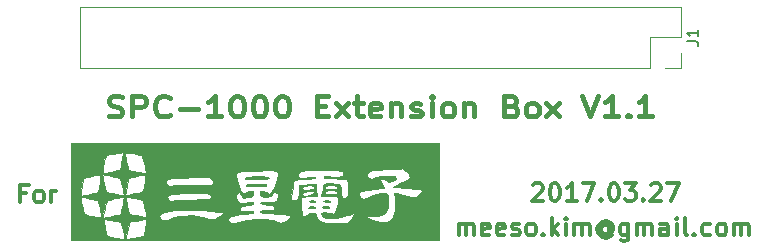
<source format=gto>
G04 #@! TF.FileFunction,Legend,Top*
%FSLAX46Y46*%
G04 Gerber Fmt 4.6, Leading zero omitted, Abs format (unit mm)*
G04 Created by KiCad (PCBNEW 4.0.7) date 03/27/18 21:51:39*
%MOMM*%
%LPD*%
G01*
G04 APERTURE LIST*
%ADD10C,0.100000*%
%ADD11C,0.425000*%
%ADD12C,0.300000*%
%ADD13C,0.010000*%
%ADD14C,0.120000*%
%ADD15C,0.150000*%
G04 APERTURE END LIST*
D10*
D11*
X130415998Y-98224095D02*
X130701713Y-98305048D01*
X131177903Y-98305048D01*
X131368379Y-98224095D01*
X131463617Y-98143143D01*
X131558856Y-97981238D01*
X131558856Y-97819333D01*
X131463617Y-97657429D01*
X131368379Y-97576476D01*
X131177903Y-97495524D01*
X130796951Y-97414571D01*
X130606475Y-97333619D01*
X130511236Y-97252667D01*
X130415998Y-97090762D01*
X130415998Y-96928857D01*
X130511236Y-96766952D01*
X130606475Y-96686000D01*
X130796951Y-96605048D01*
X131273141Y-96605048D01*
X131558856Y-96686000D01*
X132415998Y-98305048D02*
X132415998Y-96605048D01*
X133177903Y-96605048D01*
X133368379Y-96686000D01*
X133463618Y-96766952D01*
X133558856Y-96928857D01*
X133558856Y-97171714D01*
X133463618Y-97333619D01*
X133368379Y-97414571D01*
X133177903Y-97495524D01*
X132415998Y-97495524D01*
X135558856Y-98143143D02*
X135463618Y-98224095D01*
X135177903Y-98305048D01*
X134987427Y-98305048D01*
X134701713Y-98224095D01*
X134511237Y-98062190D01*
X134415998Y-97900286D01*
X134320760Y-97576476D01*
X134320760Y-97333619D01*
X134415998Y-97009810D01*
X134511237Y-96847905D01*
X134701713Y-96686000D01*
X134987427Y-96605048D01*
X135177903Y-96605048D01*
X135463618Y-96686000D01*
X135558856Y-96766952D01*
X136415998Y-97657429D02*
X137939808Y-97657429D01*
X139939808Y-98305048D02*
X138796950Y-98305048D01*
X139368379Y-98305048D02*
X139368379Y-96605048D01*
X139177903Y-96847905D01*
X138987427Y-97009810D01*
X138796950Y-97090762D01*
X141177903Y-96605048D02*
X141368379Y-96605048D01*
X141558855Y-96686000D01*
X141654093Y-96766952D01*
X141749331Y-96928857D01*
X141844570Y-97252667D01*
X141844570Y-97657429D01*
X141749331Y-97981238D01*
X141654093Y-98143143D01*
X141558855Y-98224095D01*
X141368379Y-98305048D01*
X141177903Y-98305048D01*
X140987427Y-98224095D01*
X140892189Y-98143143D01*
X140796950Y-97981238D01*
X140701712Y-97657429D01*
X140701712Y-97252667D01*
X140796950Y-96928857D01*
X140892189Y-96766952D01*
X140987427Y-96686000D01*
X141177903Y-96605048D01*
X143082665Y-96605048D02*
X143273141Y-96605048D01*
X143463617Y-96686000D01*
X143558855Y-96766952D01*
X143654093Y-96928857D01*
X143749332Y-97252667D01*
X143749332Y-97657429D01*
X143654093Y-97981238D01*
X143558855Y-98143143D01*
X143463617Y-98224095D01*
X143273141Y-98305048D01*
X143082665Y-98305048D01*
X142892189Y-98224095D01*
X142796951Y-98143143D01*
X142701712Y-97981238D01*
X142606474Y-97657429D01*
X142606474Y-97252667D01*
X142701712Y-96928857D01*
X142796951Y-96766952D01*
X142892189Y-96686000D01*
X143082665Y-96605048D01*
X144987427Y-96605048D02*
X145177903Y-96605048D01*
X145368379Y-96686000D01*
X145463617Y-96766952D01*
X145558855Y-96928857D01*
X145654094Y-97252667D01*
X145654094Y-97657429D01*
X145558855Y-97981238D01*
X145463617Y-98143143D01*
X145368379Y-98224095D01*
X145177903Y-98305048D01*
X144987427Y-98305048D01*
X144796951Y-98224095D01*
X144701713Y-98143143D01*
X144606474Y-97981238D01*
X144511236Y-97657429D01*
X144511236Y-97252667D01*
X144606474Y-96928857D01*
X144701713Y-96766952D01*
X144796951Y-96686000D01*
X144987427Y-96605048D01*
X148035046Y-97414571D02*
X148701713Y-97414571D01*
X148987427Y-98305048D02*
X148035046Y-98305048D01*
X148035046Y-96605048D01*
X148987427Y-96605048D01*
X149654094Y-98305048D02*
X150701713Y-97171714D01*
X149654094Y-97171714D02*
X150701713Y-98305048D01*
X151177904Y-97171714D02*
X151939809Y-97171714D01*
X151463618Y-96605048D02*
X151463618Y-98062190D01*
X151558857Y-98224095D01*
X151749333Y-98305048D01*
X151939809Y-98305048D01*
X153368380Y-98224095D02*
X153177904Y-98305048D01*
X152796952Y-98305048D01*
X152606475Y-98224095D01*
X152511237Y-98062190D01*
X152511237Y-97414571D01*
X152606475Y-97252667D01*
X152796952Y-97171714D01*
X153177904Y-97171714D01*
X153368380Y-97252667D01*
X153463618Y-97414571D01*
X153463618Y-97576476D01*
X152511237Y-97738381D01*
X154320761Y-97171714D02*
X154320761Y-98305048D01*
X154320761Y-97333619D02*
X154416000Y-97252667D01*
X154606476Y-97171714D01*
X154892190Y-97171714D01*
X155082666Y-97252667D01*
X155177904Y-97414571D01*
X155177904Y-98305048D01*
X156035047Y-98224095D02*
X156225524Y-98305048D01*
X156606476Y-98305048D01*
X156796952Y-98224095D01*
X156892190Y-98062190D01*
X156892190Y-97981238D01*
X156796952Y-97819333D01*
X156606476Y-97738381D01*
X156320762Y-97738381D01*
X156130285Y-97657429D01*
X156035047Y-97495524D01*
X156035047Y-97414571D01*
X156130285Y-97252667D01*
X156320762Y-97171714D01*
X156606476Y-97171714D01*
X156796952Y-97252667D01*
X157749333Y-98305048D02*
X157749333Y-97171714D01*
X157749333Y-96605048D02*
X157654095Y-96686000D01*
X157749333Y-96766952D01*
X157844572Y-96686000D01*
X157749333Y-96605048D01*
X157749333Y-96766952D01*
X158987429Y-98305048D02*
X158796953Y-98224095D01*
X158701714Y-98143143D01*
X158606476Y-97981238D01*
X158606476Y-97495524D01*
X158701714Y-97333619D01*
X158796953Y-97252667D01*
X158987429Y-97171714D01*
X159273143Y-97171714D01*
X159463619Y-97252667D01*
X159558857Y-97333619D01*
X159654095Y-97495524D01*
X159654095Y-97981238D01*
X159558857Y-98143143D01*
X159463619Y-98224095D01*
X159273143Y-98305048D01*
X158987429Y-98305048D01*
X160511238Y-97171714D02*
X160511238Y-98305048D01*
X160511238Y-97333619D02*
X160606477Y-97252667D01*
X160796953Y-97171714D01*
X161082667Y-97171714D01*
X161273143Y-97252667D01*
X161368381Y-97414571D01*
X161368381Y-98305048D01*
X164511239Y-97414571D02*
X164796953Y-97495524D01*
X164892192Y-97576476D01*
X164987430Y-97738381D01*
X164987430Y-97981238D01*
X164892192Y-98143143D01*
X164796953Y-98224095D01*
X164606477Y-98305048D01*
X163844572Y-98305048D01*
X163844572Y-96605048D01*
X164511239Y-96605048D01*
X164701715Y-96686000D01*
X164796953Y-96766952D01*
X164892192Y-96928857D01*
X164892192Y-97090762D01*
X164796953Y-97252667D01*
X164701715Y-97333619D01*
X164511239Y-97414571D01*
X163844572Y-97414571D01*
X166130287Y-98305048D02*
X165939811Y-98224095D01*
X165844572Y-98143143D01*
X165749334Y-97981238D01*
X165749334Y-97495524D01*
X165844572Y-97333619D01*
X165939811Y-97252667D01*
X166130287Y-97171714D01*
X166416001Y-97171714D01*
X166606477Y-97252667D01*
X166701715Y-97333619D01*
X166796953Y-97495524D01*
X166796953Y-97981238D01*
X166701715Y-98143143D01*
X166606477Y-98224095D01*
X166416001Y-98305048D01*
X166130287Y-98305048D01*
X167463620Y-98305048D02*
X168511239Y-97171714D01*
X167463620Y-97171714D02*
X168511239Y-98305048D01*
X170511240Y-96605048D02*
X171177907Y-98305048D01*
X171844574Y-96605048D01*
X173558860Y-98305048D02*
X172416002Y-98305048D01*
X172987431Y-98305048D02*
X172987431Y-96605048D01*
X172796955Y-96847905D01*
X172606479Y-97009810D01*
X172416002Y-97090762D01*
X174416002Y-98143143D02*
X174511241Y-98224095D01*
X174416002Y-98305048D01*
X174320764Y-98224095D01*
X174416002Y-98143143D01*
X174416002Y-98305048D01*
X176416003Y-98305048D02*
X175273145Y-98305048D01*
X175844574Y-98305048D02*
X175844574Y-96605048D01*
X175654098Y-96847905D01*
X175463622Y-97009810D01*
X175273145Y-97090762D01*
D12*
X123404429Y-104794857D02*
X122904429Y-104794857D01*
X122904429Y-105580571D02*
X122904429Y-104080571D01*
X123618715Y-104080571D01*
X124404429Y-105580571D02*
X124261571Y-105509143D01*
X124190143Y-105437714D01*
X124118714Y-105294857D01*
X124118714Y-104866286D01*
X124190143Y-104723429D01*
X124261571Y-104652000D01*
X124404429Y-104580571D01*
X124618714Y-104580571D01*
X124761571Y-104652000D01*
X124833000Y-104723429D01*
X124904429Y-104866286D01*
X124904429Y-105294857D01*
X124833000Y-105437714D01*
X124761571Y-105509143D01*
X124618714Y-105580571D01*
X124404429Y-105580571D01*
X125547286Y-105580571D02*
X125547286Y-104580571D01*
X125547286Y-104866286D02*
X125618714Y-104723429D01*
X125690143Y-104652000D01*
X125833000Y-104580571D01*
X125975857Y-104580571D01*
X166323144Y-104096429D02*
X166394573Y-104025000D01*
X166537430Y-103953571D01*
X166894573Y-103953571D01*
X167037430Y-104025000D01*
X167108859Y-104096429D01*
X167180287Y-104239286D01*
X167180287Y-104382143D01*
X167108859Y-104596429D01*
X166251716Y-105453571D01*
X167180287Y-105453571D01*
X168108858Y-103953571D02*
X168251715Y-103953571D01*
X168394572Y-104025000D01*
X168466001Y-104096429D01*
X168537430Y-104239286D01*
X168608858Y-104525000D01*
X168608858Y-104882143D01*
X168537430Y-105167857D01*
X168466001Y-105310714D01*
X168394572Y-105382143D01*
X168251715Y-105453571D01*
X168108858Y-105453571D01*
X167966001Y-105382143D01*
X167894572Y-105310714D01*
X167823144Y-105167857D01*
X167751715Y-104882143D01*
X167751715Y-104525000D01*
X167823144Y-104239286D01*
X167894572Y-104096429D01*
X167966001Y-104025000D01*
X168108858Y-103953571D01*
X170037429Y-105453571D02*
X169180286Y-105453571D01*
X169608858Y-105453571D02*
X169608858Y-103953571D01*
X169466001Y-104167857D01*
X169323143Y-104310714D01*
X169180286Y-104382143D01*
X170537429Y-103953571D02*
X171537429Y-103953571D01*
X170894572Y-105453571D01*
X172108857Y-105310714D02*
X172180285Y-105382143D01*
X172108857Y-105453571D01*
X172037428Y-105382143D01*
X172108857Y-105310714D01*
X172108857Y-105453571D01*
X173108857Y-103953571D02*
X173251714Y-103953571D01*
X173394571Y-104025000D01*
X173466000Y-104096429D01*
X173537429Y-104239286D01*
X173608857Y-104525000D01*
X173608857Y-104882143D01*
X173537429Y-105167857D01*
X173466000Y-105310714D01*
X173394571Y-105382143D01*
X173251714Y-105453571D01*
X173108857Y-105453571D01*
X172966000Y-105382143D01*
X172894571Y-105310714D01*
X172823143Y-105167857D01*
X172751714Y-104882143D01*
X172751714Y-104525000D01*
X172823143Y-104239286D01*
X172894571Y-104096429D01*
X172966000Y-104025000D01*
X173108857Y-103953571D01*
X174108857Y-103953571D02*
X175037428Y-103953571D01*
X174537428Y-104525000D01*
X174751714Y-104525000D01*
X174894571Y-104596429D01*
X174966000Y-104667857D01*
X175037428Y-104810714D01*
X175037428Y-105167857D01*
X174966000Y-105310714D01*
X174894571Y-105382143D01*
X174751714Y-105453571D01*
X174323142Y-105453571D01*
X174180285Y-105382143D01*
X174108857Y-105310714D01*
X175680285Y-105310714D02*
X175751713Y-105382143D01*
X175680285Y-105453571D01*
X175608856Y-105382143D01*
X175680285Y-105310714D01*
X175680285Y-105453571D01*
X176323142Y-104096429D02*
X176394571Y-104025000D01*
X176537428Y-103953571D01*
X176894571Y-103953571D01*
X177037428Y-104025000D01*
X177108857Y-104096429D01*
X177180285Y-104239286D01*
X177180285Y-104382143D01*
X177108857Y-104596429D01*
X176251714Y-105453571D01*
X177180285Y-105453571D01*
X177680285Y-103953571D02*
X178680285Y-103953571D01*
X178037428Y-105453571D01*
X160053286Y-108374571D02*
X160053286Y-107374571D01*
X160053286Y-107517429D02*
X160124714Y-107446000D01*
X160267572Y-107374571D01*
X160481857Y-107374571D01*
X160624714Y-107446000D01*
X160696143Y-107588857D01*
X160696143Y-108374571D01*
X160696143Y-107588857D02*
X160767572Y-107446000D01*
X160910429Y-107374571D01*
X161124714Y-107374571D01*
X161267572Y-107446000D01*
X161339000Y-107588857D01*
X161339000Y-108374571D01*
X162624714Y-108303143D02*
X162481857Y-108374571D01*
X162196143Y-108374571D01*
X162053286Y-108303143D01*
X161981857Y-108160286D01*
X161981857Y-107588857D01*
X162053286Y-107446000D01*
X162196143Y-107374571D01*
X162481857Y-107374571D01*
X162624714Y-107446000D01*
X162696143Y-107588857D01*
X162696143Y-107731714D01*
X161981857Y-107874571D01*
X163910428Y-108303143D02*
X163767571Y-108374571D01*
X163481857Y-108374571D01*
X163339000Y-108303143D01*
X163267571Y-108160286D01*
X163267571Y-107588857D01*
X163339000Y-107446000D01*
X163481857Y-107374571D01*
X163767571Y-107374571D01*
X163910428Y-107446000D01*
X163981857Y-107588857D01*
X163981857Y-107731714D01*
X163267571Y-107874571D01*
X164553285Y-108303143D02*
X164696142Y-108374571D01*
X164981857Y-108374571D01*
X165124714Y-108303143D01*
X165196142Y-108160286D01*
X165196142Y-108088857D01*
X165124714Y-107946000D01*
X164981857Y-107874571D01*
X164767571Y-107874571D01*
X164624714Y-107803143D01*
X164553285Y-107660286D01*
X164553285Y-107588857D01*
X164624714Y-107446000D01*
X164767571Y-107374571D01*
X164981857Y-107374571D01*
X165124714Y-107446000D01*
X166053286Y-108374571D02*
X165910428Y-108303143D01*
X165839000Y-108231714D01*
X165767571Y-108088857D01*
X165767571Y-107660286D01*
X165839000Y-107517429D01*
X165910428Y-107446000D01*
X166053286Y-107374571D01*
X166267571Y-107374571D01*
X166410428Y-107446000D01*
X166481857Y-107517429D01*
X166553286Y-107660286D01*
X166553286Y-108088857D01*
X166481857Y-108231714D01*
X166410428Y-108303143D01*
X166267571Y-108374571D01*
X166053286Y-108374571D01*
X167196143Y-108231714D02*
X167267571Y-108303143D01*
X167196143Y-108374571D01*
X167124714Y-108303143D01*
X167196143Y-108231714D01*
X167196143Y-108374571D01*
X167910429Y-108374571D02*
X167910429Y-106874571D01*
X168053286Y-107803143D02*
X168481857Y-108374571D01*
X168481857Y-107374571D02*
X167910429Y-107946000D01*
X169124715Y-108374571D02*
X169124715Y-107374571D01*
X169124715Y-106874571D02*
X169053286Y-106946000D01*
X169124715Y-107017429D01*
X169196143Y-106946000D01*
X169124715Y-106874571D01*
X169124715Y-107017429D01*
X169839001Y-108374571D02*
X169839001Y-107374571D01*
X169839001Y-107517429D02*
X169910429Y-107446000D01*
X170053287Y-107374571D01*
X170267572Y-107374571D01*
X170410429Y-107446000D01*
X170481858Y-107588857D01*
X170481858Y-108374571D01*
X170481858Y-107588857D02*
X170553287Y-107446000D01*
X170696144Y-107374571D01*
X170910429Y-107374571D01*
X171053287Y-107446000D01*
X171124715Y-107588857D01*
X171124715Y-108374571D01*
X172767572Y-107660286D02*
X172696144Y-107588857D01*
X172553287Y-107517429D01*
X172410429Y-107517429D01*
X172267572Y-107588857D01*
X172196144Y-107660286D01*
X172124715Y-107803143D01*
X172124715Y-107946000D01*
X172196144Y-108088857D01*
X172267572Y-108160286D01*
X172410429Y-108231714D01*
X172553287Y-108231714D01*
X172696144Y-108160286D01*
X172767572Y-108088857D01*
X172767572Y-107517429D02*
X172767572Y-108088857D01*
X172839001Y-108160286D01*
X172910429Y-108160286D01*
X173053287Y-108088857D01*
X173124715Y-107946000D01*
X173124715Y-107588857D01*
X172981858Y-107374571D01*
X172767572Y-107231714D01*
X172481858Y-107160286D01*
X172196144Y-107231714D01*
X171981858Y-107374571D01*
X171839001Y-107588857D01*
X171767572Y-107874571D01*
X171839001Y-108160286D01*
X171981858Y-108374571D01*
X172196144Y-108517429D01*
X172481858Y-108588857D01*
X172767572Y-108517429D01*
X172981858Y-108374571D01*
X174410429Y-107374571D02*
X174410429Y-108588857D01*
X174339000Y-108731714D01*
X174267572Y-108803143D01*
X174124715Y-108874571D01*
X173910429Y-108874571D01*
X173767572Y-108803143D01*
X174410429Y-108303143D02*
X174267572Y-108374571D01*
X173981858Y-108374571D01*
X173839000Y-108303143D01*
X173767572Y-108231714D01*
X173696143Y-108088857D01*
X173696143Y-107660286D01*
X173767572Y-107517429D01*
X173839000Y-107446000D01*
X173981858Y-107374571D01*
X174267572Y-107374571D01*
X174410429Y-107446000D01*
X175124715Y-108374571D02*
X175124715Y-107374571D01*
X175124715Y-107517429D02*
X175196143Y-107446000D01*
X175339001Y-107374571D01*
X175553286Y-107374571D01*
X175696143Y-107446000D01*
X175767572Y-107588857D01*
X175767572Y-108374571D01*
X175767572Y-107588857D02*
X175839001Y-107446000D01*
X175981858Y-107374571D01*
X176196143Y-107374571D01*
X176339001Y-107446000D01*
X176410429Y-107588857D01*
X176410429Y-108374571D01*
X177767572Y-108374571D02*
X177767572Y-107588857D01*
X177696143Y-107446000D01*
X177553286Y-107374571D01*
X177267572Y-107374571D01*
X177124715Y-107446000D01*
X177767572Y-108303143D02*
X177624715Y-108374571D01*
X177267572Y-108374571D01*
X177124715Y-108303143D01*
X177053286Y-108160286D01*
X177053286Y-108017429D01*
X177124715Y-107874571D01*
X177267572Y-107803143D01*
X177624715Y-107803143D01*
X177767572Y-107731714D01*
X178481858Y-108374571D02*
X178481858Y-107374571D01*
X178481858Y-106874571D02*
X178410429Y-106946000D01*
X178481858Y-107017429D01*
X178553286Y-106946000D01*
X178481858Y-106874571D01*
X178481858Y-107017429D01*
X179410430Y-108374571D02*
X179267572Y-108303143D01*
X179196144Y-108160286D01*
X179196144Y-106874571D01*
X179981858Y-108231714D02*
X180053286Y-108303143D01*
X179981858Y-108374571D01*
X179910429Y-108303143D01*
X179981858Y-108231714D01*
X179981858Y-108374571D01*
X181339001Y-108303143D02*
X181196144Y-108374571D01*
X180910430Y-108374571D01*
X180767572Y-108303143D01*
X180696144Y-108231714D01*
X180624715Y-108088857D01*
X180624715Y-107660286D01*
X180696144Y-107517429D01*
X180767572Y-107446000D01*
X180910430Y-107374571D01*
X181196144Y-107374571D01*
X181339001Y-107446000D01*
X182196144Y-108374571D02*
X182053286Y-108303143D01*
X181981858Y-108231714D01*
X181910429Y-108088857D01*
X181910429Y-107660286D01*
X181981858Y-107517429D01*
X182053286Y-107446000D01*
X182196144Y-107374571D01*
X182410429Y-107374571D01*
X182553286Y-107446000D01*
X182624715Y-107517429D01*
X182696144Y-107660286D01*
X182696144Y-108088857D01*
X182624715Y-108231714D01*
X182553286Y-108303143D01*
X182410429Y-108374571D01*
X182196144Y-108374571D01*
X183339001Y-108374571D02*
X183339001Y-107374571D01*
X183339001Y-107517429D02*
X183410429Y-107446000D01*
X183553287Y-107374571D01*
X183767572Y-107374571D01*
X183910429Y-107446000D01*
X183981858Y-107588857D01*
X183981858Y-108374571D01*
X183981858Y-107588857D02*
X184053287Y-107446000D01*
X184196144Y-107374571D01*
X184410429Y-107374571D01*
X184553287Y-107446000D01*
X184624715Y-107588857D01*
X184624715Y-108374571D01*
D13*
G36*
X158369000Y-108775500D02*
X127190500Y-108775500D01*
X127190500Y-107078357D01*
X129984500Y-107078357D01*
X129996170Y-107171863D01*
X130026947Y-107350075D01*
X130070482Y-107581303D01*
X130120426Y-107833858D01*
X130170430Y-108076050D01*
X130214144Y-108276189D01*
X130245220Y-108402587D01*
X130255305Y-108429981D01*
X130317499Y-108444224D01*
X130474788Y-108475429D01*
X130697284Y-108518019D01*
X130955100Y-108566413D01*
X131218346Y-108615035D01*
X131457135Y-108658305D01*
X131641579Y-108690646D01*
X131722281Y-108703783D01*
X131750681Y-108659349D01*
X131747785Y-108636800D01*
X131892425Y-108636800D01*
X131911206Y-108697622D01*
X131980052Y-108692513D01*
X131991354Y-108689106D01*
X132111062Y-108658125D01*
X132313268Y-108611588D01*
X132555993Y-108559127D01*
X132576276Y-108554885D01*
X132825641Y-108507000D01*
X133043698Y-108472369D01*
X133185603Y-108458058D01*
X133191122Y-108458000D01*
X133326395Y-108414693D01*
X133374999Y-108346875D01*
X133408771Y-108205830D01*
X133449409Y-107993954D01*
X133492150Y-107742507D01*
X133532234Y-107482748D01*
X133564897Y-107245937D01*
X133585379Y-107063336D01*
X133588916Y-106966203D01*
X133586452Y-106958786D01*
X133514837Y-106959067D01*
X133351489Y-106987124D01*
X133127200Y-107037326D01*
X133045148Y-107057770D01*
X132785800Y-107119128D01*
X132555948Y-107164932D01*
X132397206Y-107187095D01*
X132374792Y-107188000D01*
X132293375Y-107191066D01*
X132229533Y-107210870D01*
X132177583Y-107263320D01*
X132131841Y-107364321D01*
X132086623Y-107529782D01*
X132036246Y-107775609D01*
X131975026Y-108117710D01*
X131912771Y-108481096D01*
X131892425Y-108636800D01*
X131747785Y-108636800D01*
X131739091Y-108569125D01*
X131709621Y-108442186D01*
X131664745Y-108229802D01*
X131612701Y-107971308D01*
X131596117Y-107886500D01*
X131540641Y-107633100D01*
X131483515Y-107425233D01*
X131434442Y-107296633D01*
X131420556Y-107276178D01*
X131327417Y-107234402D01*
X131143676Y-107186704D01*
X130904869Y-107141916D01*
X130841750Y-107132355D01*
X130576805Y-107092547D01*
X130340170Y-107054185D01*
X130176706Y-107024594D01*
X130159125Y-107020898D01*
X130028144Y-107010725D01*
X129984993Y-107066083D01*
X129984500Y-107078357D01*
X127190500Y-107078357D01*
X127190500Y-105111251D01*
X128039581Y-105111251D01*
X128040521Y-105180300D01*
X128063753Y-105342651D01*
X128103187Y-105567815D01*
X128152730Y-105825308D01*
X128206291Y-106084641D01*
X128257779Y-106315330D01*
X128301103Y-106486886D01*
X128330172Y-106568824D01*
X128331018Y-106569883D01*
X128407001Y-106600410D01*
X128575950Y-106644926D01*
X128805496Y-106696916D01*
X129063271Y-106749864D01*
X129316908Y-106797256D01*
X129534036Y-106832578D01*
X129682289Y-106849314D01*
X129717979Y-106849037D01*
X129769614Y-106822875D01*
X129925184Y-106822875D01*
X129943972Y-106859129D01*
X130022804Y-106865477D01*
X130182037Y-106840202D01*
X130442024Y-106781589D01*
X130456693Y-106778075D01*
X130721284Y-106717335D01*
X130986810Y-106660714D01*
X131125591Y-106633569D01*
X131241752Y-106612532D01*
X131325506Y-106586046D01*
X131386667Y-106534389D01*
X131435049Y-106437836D01*
X131480466Y-106276664D01*
X131532734Y-106031150D01*
X131601667Y-105681568D01*
X131603217Y-105673714D01*
X131647151Y-105429589D01*
X131673903Y-105236561D01*
X131676612Y-105182933D01*
X131849726Y-105182933D01*
X131875031Y-105353036D01*
X131921780Y-105595169D01*
X131983413Y-105874700D01*
X132152704Y-106602690D01*
X132572296Y-106647625D01*
X132810350Y-106678889D01*
X133012645Y-106715587D01*
X133123319Y-106745754D01*
X133288130Y-106787714D01*
X133437312Y-106802974D01*
X133559146Y-106795900D01*
X133596617Y-106741988D01*
X133594509Y-106728336D01*
X134699288Y-106728336D01*
X134747633Y-106871683D01*
X134901063Y-107043079D01*
X135114712Y-107106930D01*
X135379565Y-107062155D01*
X135580376Y-106971288D01*
X135917420Y-106836581D01*
X136343720Y-106744111D01*
X136828497Y-106694632D01*
X137340971Y-106688898D01*
X137850366Y-106727665D01*
X138325900Y-106811687D01*
X138619145Y-106896779D01*
X138858633Y-106978703D01*
X139019291Y-107021179D01*
X139142049Y-107027025D01*
X139267839Y-106999059D01*
X139407098Y-106951030D01*
X139412246Y-106948674D01*
X140540151Y-106948674D01*
X140547821Y-107126573D01*
X140661511Y-107275996D01*
X140666629Y-107279649D01*
X140760864Y-107339980D01*
X140847715Y-107367581D01*
X140958337Y-107359959D01*
X141123890Y-107314622D01*
X141375532Y-107229076D01*
X141398319Y-107221118D01*
X142116238Y-107031229D01*
X142856175Y-106949704D01*
X143591836Y-106977005D01*
X144296927Y-107113597D01*
X144471815Y-107167009D01*
X144720415Y-107247089D01*
X144885020Y-107289076D01*
X145001892Y-107295711D01*
X145107293Y-107269733D01*
X145216681Y-107223275D01*
X145410473Y-107116573D01*
X145593071Y-106984491D01*
X145732074Y-106853937D01*
X145795080Y-106751823D01*
X145796000Y-106742140D01*
X145742327Y-106683878D01*
X145653125Y-106651283D01*
X145487750Y-106624989D01*
X145229373Y-106594922D01*
X144911819Y-106563952D01*
X144568911Y-106534955D01*
X144234473Y-106510803D01*
X143942329Y-106494369D01*
X143737096Y-106488527D01*
X143444115Y-106472445D01*
X143265158Y-106426925D01*
X143204347Y-106353421D01*
X143219862Y-106306099D01*
X143305191Y-106269648D01*
X143495086Y-106245224D01*
X143767450Y-106235554D01*
X143791722Y-106235500D01*
X144116037Y-106223546D01*
X144325146Y-106184420D01*
X144428875Y-106113227D01*
X144437049Y-106005068D01*
X144405275Y-105929725D01*
X144349287Y-105865550D01*
X144245324Y-105820848D01*
X144066775Y-105788237D01*
X143797618Y-105761215D01*
X143524165Y-105733574D01*
X143356782Y-105702516D01*
X143274557Y-105662506D01*
X143256000Y-105617897D01*
X143272720Y-105572510D01*
X143337791Y-105546659D01*
X143473573Y-105537864D01*
X143702429Y-105543643D01*
X143857498Y-105551157D01*
X144185432Y-105560735D01*
X144409873Y-105540899D01*
X144553147Y-105479544D01*
X144637577Y-105364565D01*
X144685486Y-105183855D01*
X144698829Y-105094914D01*
X144699871Y-105076480D01*
X145834616Y-105076480D01*
X145857599Y-105285273D01*
X145956777Y-105393570D01*
X146047040Y-105410000D01*
X146269501Y-105363122D01*
X146426557Y-105218877D01*
X146521463Y-104971842D01*
X146531341Y-104874384D01*
X146757432Y-104874384D01*
X146769573Y-104928826D01*
X146817689Y-104994502D01*
X146912987Y-105022894D01*
X147079491Y-105015400D01*
X147341230Y-104973416D01*
X147387419Y-104964756D01*
X147641422Y-104897395D01*
X147771946Y-104813872D01*
X147781758Y-104711866D01*
X147749055Y-104661140D01*
X147667812Y-104613053D01*
X147516277Y-104600355D01*
X147292313Y-104617509D01*
X146990887Y-104672879D01*
X146812656Y-104758467D01*
X146757432Y-104874384D01*
X146531341Y-104874384D01*
X146557473Y-104616596D01*
X146558000Y-104558780D01*
X146558000Y-104375727D01*
X146764107Y-104375727D01*
X146776423Y-104458407D01*
X146908089Y-104503948D01*
X147157816Y-104511543D01*
X147269685Y-104505317D01*
X147498918Y-104481217D01*
X147678732Y-104448155D01*
X147770657Y-104413231D01*
X147771128Y-104412771D01*
X147803659Y-104308268D01*
X147791537Y-104245868D01*
X147703830Y-104176201D01*
X147533584Y-104139414D01*
X147320799Y-104135036D01*
X147105480Y-104162594D01*
X146927628Y-104221616D01*
X146872431Y-104256716D01*
X146764107Y-104375727D01*
X146558000Y-104375727D01*
X146558000Y-104145754D01*
X146796125Y-104099805D01*
X146985841Y-104075183D01*
X147242873Y-104056810D01*
X147478750Y-104049302D01*
X147923250Y-104044750D01*
X147959831Y-104425750D01*
X147987225Y-104648956D01*
X148020114Y-104830894D01*
X148043669Y-104911802D01*
X148051997Y-104963294D01*
X148007522Y-104998904D01*
X147888980Y-105024686D01*
X147675112Y-105046692D01*
X147530838Y-105057803D01*
X147184361Y-105081614D01*
X146945016Y-105105414D01*
X146794170Y-105146857D01*
X146713191Y-105223595D01*
X146683445Y-105353281D01*
X146686299Y-105553568D01*
X146703114Y-105841992D01*
X146721657Y-106133137D01*
X146743941Y-106384626D01*
X146766779Y-106564520D01*
X146782003Y-106632375D01*
X146874970Y-106725508D01*
X147021866Y-106730403D01*
X147186771Y-106648582D01*
X147227943Y-106613499D01*
X147427068Y-106505788D01*
X147642244Y-106470624D01*
X147814833Y-106468303D01*
X147901006Y-106502320D01*
X147941155Y-106602059D01*
X147959198Y-106701171D01*
X148016961Y-106910492D01*
X148120217Y-107073294D01*
X148282341Y-107194377D01*
X148516706Y-107278540D01*
X148836686Y-107330582D01*
X149255653Y-107355304D01*
X149786981Y-107357503D01*
X149788039Y-107357490D01*
X150636829Y-107346750D01*
X150838358Y-107113438D01*
X151006496Y-106900827D01*
X151126770Y-106713225D01*
X151185231Y-106575045D01*
X151178974Y-106517307D01*
X151106159Y-106518312D01*
X150942278Y-106551636D01*
X150717174Y-106610743D01*
X150612670Y-106641347D01*
X150033393Y-106796828D01*
X149531884Y-106891934D01*
X149114261Y-106926940D01*
X148786641Y-106902126D01*
X148555142Y-106817769D01*
X148425881Y-106674146D01*
X148399500Y-106540863D01*
X148418542Y-106474209D01*
X148494934Y-106439330D01*
X148657570Y-106426834D01*
X148752924Y-106426000D01*
X148972650Y-106437064D01*
X149153845Y-106465434D01*
X149224574Y-106489272D01*
X149389263Y-106526916D01*
X149531800Y-106448850D01*
X149654539Y-106252037D01*
X149759838Y-105933442D01*
X149803425Y-105743428D01*
X149845074Y-105508711D01*
X149850472Y-105353151D01*
X149819084Y-105234033D01*
X149796466Y-105187688D01*
X149728641Y-105089319D01*
X149635555Y-105042725D01*
X149474749Y-105031943D01*
X149387436Y-105033903D01*
X149128431Y-105038515D01*
X148833573Y-105038530D01*
X148697524Y-105036627D01*
X148492381Y-105030358D01*
X148391971Y-105014338D01*
X148374050Y-104976308D01*
X148416375Y-104904005D01*
X148427649Y-104887870D01*
X148489273Y-104736368D01*
X148491105Y-104725281D01*
X148724512Y-104725281D01*
X148738325Y-104802481D01*
X148787021Y-104855782D01*
X148898969Y-104886806D01*
X149098973Y-104900312D01*
X149256750Y-104902000D01*
X149516205Y-104896147D01*
X149673867Y-104875415D01*
X149754537Y-104835043D01*
X149775174Y-104802481D01*
X149776706Y-104680351D01*
X149668001Y-104600181D01*
X149444666Y-104559871D01*
X149255404Y-104553939D01*
X148962907Y-104572877D01*
X148787578Y-104629205D01*
X148724512Y-104725281D01*
X148491105Y-104725281D01*
X148523767Y-104527681D01*
X148526500Y-104455507D01*
X148534729Y-104281129D01*
X148724390Y-104281129D01*
X148738325Y-104357981D01*
X148820360Y-104414950D01*
X148988850Y-104451031D01*
X149204981Y-104466225D01*
X149429937Y-104460530D01*
X149624904Y-104433948D01*
X149751066Y-104386477D01*
X149775174Y-104357981D01*
X149776526Y-104235818D01*
X149667392Y-104155379D01*
X149443439Y-104114577D01*
X149256779Y-104108250D01*
X148963389Y-104126764D01*
X148787366Y-104183697D01*
X148724390Y-104281129D01*
X148534729Y-104281129D01*
X148537187Y-104229049D01*
X148582857Y-104079371D01*
X148683920Y-103993496D01*
X148860785Y-103958449D01*
X149133864Y-103961255D01*
X149288540Y-103971051D01*
X149556850Y-103996594D01*
X149781222Y-104029927D01*
X149928323Y-104065553D01*
X149962012Y-104082112D01*
X150011914Y-104188197D01*
X150047801Y-104400507D01*
X150063805Y-104631093D01*
X150089991Y-104938524D01*
X150145203Y-105130179D01*
X150236915Y-105215440D01*
X150372600Y-105203688D01*
X150479672Y-105153161D01*
X150558195Y-105104270D01*
X150608639Y-105046543D01*
X150637214Y-104953430D01*
X150637471Y-104950338D01*
X151589983Y-104950338D01*
X151648442Y-105114404D01*
X151698961Y-105166713D01*
X151804863Y-105242038D01*
X151904554Y-105272149D01*
X152029808Y-105253785D01*
X152212395Y-105183683D01*
X152409020Y-105093814D01*
X152753884Y-104954529D01*
X153100037Y-104853478D01*
X153422933Y-104794116D01*
X153698027Y-104779896D01*
X153900771Y-104814274D01*
X153988558Y-104871525D01*
X154032498Y-104990599D01*
X154062501Y-105211312D01*
X154074906Y-105490650D01*
X154072270Y-105773804D01*
X154050727Y-105974387D01*
X154001970Y-106136384D01*
X153923198Y-106294039D01*
X153797397Y-106475479D01*
X153642698Y-106601435D01*
X153434972Y-106681130D01*
X153150085Y-106723789D01*
X152763906Y-106738633D01*
X152759833Y-106738669D01*
X152477380Y-106746018D01*
X152306038Y-106763795D01*
X152230168Y-106794461D01*
X152224772Y-106822875D01*
X152318436Y-106928315D01*
X152510765Y-107026853D01*
X152773431Y-107113145D01*
X153078109Y-107181849D01*
X153396472Y-107227622D01*
X153700194Y-107245121D01*
X153960948Y-107229002D01*
X154132504Y-107182708D01*
X154295641Y-107055258D01*
X154454215Y-106843271D01*
X154583260Y-106587564D01*
X154657811Y-106328951D01*
X154658846Y-106322235D01*
X154675821Y-106075135D01*
X154670643Y-105752632D01*
X154645984Y-105403873D01*
X154604520Y-105078006D01*
X154585418Y-104972897D01*
X154542097Y-104758045D01*
X154852173Y-104804437D01*
X155067841Y-104847319D01*
X155346778Y-104917021D01*
X155632102Y-104999218D01*
X155658637Y-105007524D01*
X155980148Y-105096706D01*
X156220897Y-105125792D01*
X156414278Y-105090345D01*
X156593682Y-104985930D01*
X156733875Y-104864680D01*
X156864946Y-104737810D01*
X156943904Y-104642427D01*
X156959471Y-104572246D01*
X156900368Y-104520981D01*
X156755320Y-104482345D01*
X156513049Y-104450052D01*
X156162279Y-104417816D01*
X155892500Y-104395680D01*
X155546838Y-104366671D01*
X155220452Y-104337568D01*
X154947812Y-104311554D01*
X154763389Y-104291814D01*
X154749500Y-104290103D01*
X154463750Y-104254093D01*
X154781250Y-104090164D01*
X155026823Y-103973363D01*
X155312941Y-103851253D01*
X155479750Y-103786606D01*
X155693339Y-103700795D01*
X155813149Y-103626412D01*
X155867835Y-103541154D01*
X155881501Y-103473913D01*
X155866202Y-103225908D01*
X155769601Y-103025142D01*
X155609498Y-102903758D01*
X155557420Y-102888709D01*
X155399864Y-102818949D01*
X155335476Y-102728001D01*
X155294520Y-102652486D01*
X155257901Y-102678851D01*
X155175158Y-102712001D01*
X154970682Y-102738967D01*
X154642809Y-102759892D01*
X154189878Y-102774921D01*
X154143031Y-102775987D01*
X153766085Y-102786400D01*
X153414563Y-102799977D01*
X153116375Y-102815354D01*
X152899430Y-102831166D01*
X152816195Y-102840870D01*
X152530770Y-102919674D01*
X152339414Y-103042586D01*
X152251941Y-103197917D01*
X152278168Y-103373973D01*
X152315369Y-103437392D01*
X152435741Y-103538341D01*
X152612847Y-103560992D01*
X152865666Y-103506206D01*
X152979391Y-103467503D01*
X153163421Y-103420869D01*
X153431510Y-103377892D01*
X153740742Y-103344708D01*
X153925213Y-103332205D01*
X154234184Y-103319326D01*
X154441182Y-103319940D01*
X154570728Y-103336218D01*
X154647343Y-103370327D01*
X154676805Y-103398670D01*
X154728131Y-103498539D01*
X154691298Y-103590496D01*
X154553646Y-103692681D01*
X154421586Y-103764312D01*
X154165789Y-103894810D01*
X153930356Y-103731655D01*
X153703264Y-103606681D01*
X153526274Y-103567655D01*
X153414678Y-103604811D01*
X153383770Y-103708384D01*
X153448843Y-103868610D01*
X153536271Y-103983288D01*
X153672537Y-104157201D01*
X153733765Y-104278130D01*
X153712126Y-104329735D01*
X153702622Y-104330500D01*
X153578538Y-104340682D01*
X153365899Y-104368143D01*
X153092798Y-104408256D01*
X152787328Y-104456392D01*
X152477580Y-104507922D01*
X152191649Y-104558220D01*
X151957625Y-104602656D01*
X151803603Y-104636603D01*
X151760376Y-104650474D01*
X151629143Y-104780152D01*
X151589983Y-104950338D01*
X150637471Y-104950338D01*
X150650134Y-104798379D01*
X150653611Y-104554840D01*
X150653750Y-104409139D01*
X150648932Y-104089726D01*
X150632453Y-103874053D01*
X150601275Y-103739153D01*
X150555323Y-103664944D01*
X150488585Y-103623912D01*
X150370517Y-103594180D01*
X150181904Y-103573596D01*
X149903528Y-103560007D01*
X149544553Y-103551716D01*
X149169848Y-103542998D01*
X148905170Y-103529873D01*
X148733571Y-103510461D01*
X148638103Y-103482880D01*
X148602404Y-103447148D01*
X148607568Y-103409700D01*
X148665656Y-103387399D01*
X148795218Y-103379004D01*
X149014805Y-103383275D01*
X149331756Y-103398366D01*
X149690035Y-103413720D01*
X149940649Y-103411395D01*
X150102311Y-103386297D01*
X150193730Y-103333333D01*
X150233618Y-103247408D01*
X150241000Y-103150825D01*
X150234057Y-103057233D01*
X150203878Y-102984422D01*
X150136436Y-102929862D01*
X150017704Y-102891027D01*
X149833656Y-102865386D01*
X149570265Y-102850411D01*
X149213504Y-102843575D01*
X148749346Y-102842348D01*
X148532553Y-102842855D01*
X147962180Y-102847302D01*
X147506016Y-102858047D01*
X147151345Y-102877019D01*
X146885452Y-102906147D01*
X146695621Y-102947362D01*
X146569135Y-103002592D01*
X146493280Y-103073768D01*
X146456540Y-103157883D01*
X146429002Y-103324650D01*
X146459606Y-103428371D01*
X146566191Y-103479754D01*
X146766594Y-103489507D01*
X146986708Y-103476146D01*
X147255400Y-103452469D01*
X147501636Y-103427318D01*
X147675410Y-103405833D01*
X147685125Y-103404358D01*
X147834800Y-103402268D01*
X147889341Y-103440488D01*
X147837329Y-103495453D01*
X147745033Y-103527992D01*
X147623704Y-103546664D01*
X147408176Y-103568854D01*
X147131081Y-103591525D01*
X146882448Y-103608247D01*
X146527895Y-103634533D01*
X146281091Y-103670149D01*
X146122795Y-103725821D01*
X146033763Y-103812276D01*
X145994753Y-103940240D01*
X145986500Y-104107657D01*
X145969774Y-104326407D01*
X145926766Y-104594525D01*
X145888043Y-104768054D01*
X145834616Y-105076480D01*
X144699871Y-105076480D01*
X144709357Y-104908728D01*
X144669512Y-104797579D01*
X144614975Y-104746514D01*
X144476033Y-104701131D01*
X144346063Y-104738500D01*
X144274841Y-104840661D01*
X144272000Y-104870250D01*
X144212360Y-104983452D01*
X144038592Y-105058007D01*
X143758418Y-105091057D01*
X143671352Y-105092500D01*
X143465374Y-105087029D01*
X143349180Y-105060620D01*
X143285692Y-104998273D01*
X143251836Y-104922799D01*
X143206522Y-104734446D01*
X143252586Y-104632618D01*
X143396011Y-104609835D01*
X143491702Y-104622963D01*
X143671137Y-104674282D01*
X143802394Y-104742255D01*
X143814567Y-104752996D01*
X143955974Y-104836923D01*
X144098305Y-104803041D01*
X144244679Y-104648805D01*
X144398213Y-104371671D01*
X144463259Y-104223607D01*
X144567058Y-103938078D01*
X144650796Y-103641521D01*
X144697926Y-103393441D01*
X144700154Y-103371783D01*
X144712120Y-103220091D01*
X144708577Y-103100900D01*
X144676367Y-103010759D01*
X144602329Y-102946221D01*
X144473302Y-102903835D01*
X144276126Y-102880152D01*
X143997642Y-102871724D01*
X143624689Y-102875101D01*
X143144107Y-102886833D01*
X142878092Y-102894231D01*
X142406434Y-102909924D01*
X141996336Y-102928540D01*
X141662392Y-102949106D01*
X141419195Y-102970648D01*
X141281342Y-102992195D01*
X141256804Y-103002324D01*
X141203487Y-103138029D01*
X141207333Y-103366899D01*
X141265592Y-103670119D01*
X141375510Y-104028875D01*
X141427331Y-104168343D01*
X141561000Y-104489639D01*
X141672570Y-104698552D01*
X141771671Y-104805672D01*
X141867934Y-104821589D01*
X141966407Y-104761082D01*
X142099690Y-104692220D01*
X142295324Y-104644675D01*
X142367000Y-104636752D01*
X142542015Y-104628659D01*
X142623192Y-104650948D01*
X142643245Y-104723348D01*
X142639402Y-104801047D01*
X142617803Y-104944378D01*
X142560319Y-105033763D01*
X142439733Y-105086927D01*
X142228832Y-105121592D01*
X142130533Y-105132437D01*
X141740876Y-105173164D01*
X141642510Y-104937742D01*
X141560093Y-104781367D01*
X141471471Y-104722458D01*
X141401225Y-104722785D01*
X141255846Y-104797868D01*
X141185571Y-104955252D01*
X141196055Y-105170906D01*
X141254896Y-105344608D01*
X141367255Y-105533072D01*
X141508794Y-105628712D01*
X141709164Y-105643077D01*
X141924575Y-105605472D01*
X142225712Y-105551111D01*
X142452493Y-105541059D01*
X142588480Y-105574773D01*
X142621000Y-105628502D01*
X142610574Y-105698827D01*
X142562034Y-105744952D01*
X142449487Y-105776803D01*
X142247039Y-105804303D01*
X142129490Y-105816889D01*
X141852774Y-105850120D01*
X141679251Y-105888017D01*
X141585323Y-105942557D01*
X141547394Y-106025715D01*
X141541500Y-106115293D01*
X141552754Y-106222580D01*
X141603316Y-106283853D01*
X141718380Y-106308060D01*
X141923141Y-106304152D01*
X142049500Y-106295733D01*
X142332300Y-106278017D01*
X142511329Y-106276212D01*
X142609105Y-106292810D01*
X142648145Y-106330304D01*
X142652750Y-106362500D01*
X142594681Y-106441347D01*
X142462250Y-106475360D01*
X141974603Y-106525921D01*
X141537988Y-106581873D01*
X141168793Y-106640424D01*
X140883406Y-106698780D01*
X140698212Y-106754148D01*
X140640780Y-106785856D01*
X140540151Y-106948674D01*
X139412246Y-106948674D01*
X139630017Y-106849025D01*
X139836439Y-106717274D01*
X139995547Y-106579502D01*
X140076524Y-106459431D01*
X140081000Y-106432273D01*
X140022795Y-106389156D01*
X139868176Y-106365196D01*
X139777709Y-106362500D01*
X139561593Y-106354442D01*
X139278484Y-106333241D01*
X138987165Y-106303359D01*
X138968084Y-106301069D01*
X138398022Y-106247605D01*
X137758744Y-106213816D01*
X137100480Y-106200805D01*
X136473457Y-106209678D01*
X135996924Y-106235700D01*
X135504024Y-106289319D01*
X135132337Y-106363088D01*
X134877337Y-106459311D01*
X134734496Y-106580292D01*
X134699288Y-106728336D01*
X133594509Y-106728336D01*
X133575248Y-106603620D01*
X133574591Y-106600625D01*
X133539810Y-106438786D01*
X133489300Y-106199796D01*
X133433032Y-105930877D01*
X133423779Y-105886390D01*
X133318250Y-105378530D01*
X132602393Y-105226413D01*
X132316777Y-105169308D01*
X132221291Y-105152928D01*
X135382000Y-105152928D01*
X135432757Y-105331733D01*
X135576654Y-105435616D01*
X135801129Y-105460055D01*
X136080919Y-105404533D01*
X136221033Y-105381408D01*
X136469041Y-105362224D01*
X136805874Y-105347824D01*
X137212461Y-105339050D01*
X137616232Y-105336656D01*
X138091130Y-105335566D01*
X138453082Y-105329231D01*
X138716129Y-105314385D01*
X138894309Y-105287761D01*
X139001661Y-105246095D01*
X139052224Y-105186120D01*
X139060039Y-105104571D01*
X139040932Y-105005252D01*
X139011093Y-104933348D01*
X138952878Y-104877603D01*
X138852669Y-104836631D01*
X138696848Y-104809045D01*
X138471798Y-104793460D01*
X138163901Y-104788490D01*
X137759538Y-104792750D01*
X137245094Y-104804852D01*
X137108921Y-104808623D01*
X136591005Y-104825375D01*
X136186525Y-104844745D01*
X135881916Y-104869436D01*
X135663615Y-104902153D01*
X135518058Y-104945600D01*
X135431679Y-105002481D01*
X135390916Y-105075502D01*
X135382000Y-105152928D01*
X132221291Y-105152928D01*
X132078725Y-105128472D01*
X131914298Y-105107921D01*
X131850330Y-105110503D01*
X131849726Y-105182933D01*
X131676612Y-105182933D01*
X131679517Y-105125454D01*
X131675421Y-105111255D01*
X131605026Y-105111622D01*
X131442735Y-105136306D01*
X131219804Y-105178585D01*
X130967486Y-105231740D01*
X130717038Y-105289051D01*
X130499712Y-105343798D01*
X130346764Y-105389261D01*
X130305377Y-105405821D01*
X130263156Y-105478177D01*
X130203343Y-105644628D01*
X130134061Y-105874903D01*
X130063432Y-106138728D01*
X129999578Y-106405830D01*
X129950621Y-106645935D01*
X129925184Y-106822875D01*
X129769614Y-106822875D01*
X129797913Y-106808537D01*
X129805935Y-106789220D01*
X129795057Y-106710325D01*
X129761557Y-106535418D01*
X129710980Y-106292324D01*
X129663169Y-106072939D01*
X129592137Y-105768963D01*
X129534392Y-105568489D01*
X129481300Y-105449925D01*
X129424223Y-105391680D01*
X129384713Y-105376758D01*
X128941495Y-105278522D01*
X128573232Y-105200461D01*
X128292062Y-105144971D01*
X128110121Y-105114447D01*
X128039581Y-105111251D01*
X127190500Y-105111251D01*
X127190500Y-104981375D01*
X128016241Y-104981375D01*
X128024030Y-105012601D01*
X128063383Y-105024564D01*
X128157665Y-105014994D01*
X128330243Y-104981624D01*
X128587500Y-104925919D01*
X128854247Y-104866698D01*
X129103599Y-104810366D01*
X129283381Y-104768715D01*
X129289014Y-104767371D01*
X129514279Y-104713530D01*
X129628926Y-103978218D01*
X129671970Y-103688663D01*
X129703657Y-103448768D01*
X129720890Y-103284041D01*
X129720903Y-103220236D01*
X129653393Y-103222776D01*
X129487552Y-103246949D01*
X129249397Y-103288568D01*
X129004528Y-103335530D01*
X128701965Y-103397212D01*
X128500795Y-103445478D01*
X128377635Y-103490581D01*
X128309102Y-103542768D01*
X128271813Y-103612292D01*
X128255497Y-103663871D01*
X128224430Y-103794620D01*
X128181509Y-104004852D01*
X128133261Y-104258630D01*
X128086213Y-104520017D01*
X128046890Y-104753075D01*
X128021818Y-104921865D01*
X128016241Y-104981375D01*
X127190500Y-104981375D01*
X127190500Y-103216093D01*
X129871239Y-103216093D01*
X129876172Y-103283085D01*
X129906647Y-103448427D01*
X129957640Y-103687202D01*
X130023859Y-103973357D01*
X130199514Y-104707585D01*
X130552382Y-104775696D01*
X130797305Y-104825077D01*
X131029555Y-104875273D01*
X131127500Y-104898090D01*
X131352407Y-104941393D01*
X131543012Y-104957599D01*
X131666806Y-104945576D01*
X131696285Y-104917875D01*
X131683292Y-104854375D01*
X131826653Y-104854375D01*
X131831960Y-104913065D01*
X131861980Y-104947166D01*
X131936614Y-104955928D01*
X132075765Y-104938598D01*
X132299332Y-104894427D01*
X132619098Y-104824463D01*
X132888621Y-104760330D01*
X133109676Y-104699597D01*
X133254018Y-104650496D01*
X133294096Y-104627736D01*
X133323693Y-104539759D01*
X133362418Y-104363070D01*
X133405360Y-104129183D01*
X133438396Y-103926220D01*
X135259053Y-103926220D01*
X135312789Y-104028357D01*
X135376000Y-104084411D01*
X135579069Y-104177484D01*
X135723971Y-104175807D01*
X135908992Y-104148794D01*
X136143760Y-104116092D01*
X136239250Y-104103193D01*
X136401493Y-104090485D01*
X136665101Y-104080228D01*
X137004456Y-104072955D01*
X137393938Y-104069201D01*
X137807926Y-104069501D01*
X137843493Y-104069731D01*
X139130237Y-104078661D01*
X139199401Y-103926863D01*
X139231795Y-103736099D01*
X139149317Y-103583052D01*
X138962081Y-103482920D01*
X138893067Y-103466587D01*
X138757118Y-103455431D01*
X138517671Y-103450205D01*
X138198060Y-103450262D01*
X137821616Y-103454955D01*
X137411672Y-103463636D01*
X136991560Y-103475658D01*
X136584613Y-103490373D01*
X136214163Y-103507135D01*
X135903542Y-103525296D01*
X135676082Y-103544209D01*
X135573161Y-103558693D01*
X135394497Y-103628328D01*
X135297129Y-103761524D01*
X135288690Y-103783989D01*
X135259053Y-103926220D01*
X133438396Y-103926220D01*
X133447611Y-103869612D01*
X133484260Y-103615872D01*
X133510397Y-103399479D01*
X133521112Y-103251945D01*
X133515741Y-103205074D01*
X133446468Y-103207151D01*
X133284987Y-103234614D01*
X133061870Y-103280377D01*
X132807686Y-103337355D01*
X132553007Y-103398460D01*
X132328403Y-103456607D01*
X132164445Y-103504708D01*
X132092305Y-103535027D01*
X132067964Y-103606549D01*
X132028178Y-103770484D01*
X131979526Y-103994170D01*
X131928582Y-104244944D01*
X131881925Y-104490143D01*
X131846130Y-104697106D01*
X131827774Y-104833168D01*
X131826653Y-104854375D01*
X131683292Y-104854375D01*
X131680469Y-104840580D01*
X131639606Y-104666963D01*
X131580114Y-104423742D01*
X131517077Y-104171878D01*
X131340583Y-103473507D01*
X131059416Y-103429566D01*
X130846866Y-103392309D01*
X130574286Y-103339194D01*
X130336262Y-103289341D01*
X130116256Y-103245053D01*
X129950711Y-103218572D01*
X129872793Y-103215122D01*
X129871239Y-103216093D01*
X127190500Y-103216093D01*
X127190500Y-103058166D01*
X129877195Y-103058166D01*
X129885644Y-103110176D01*
X129908597Y-103123994D01*
X129909280Y-103124000D01*
X129992042Y-103112092D01*
X130170573Y-103079912D01*
X130416248Y-103032767D01*
X130626533Y-102990947D01*
X130902623Y-102932192D01*
X131131347Y-102877755D01*
X131284543Y-102834687D01*
X131332906Y-102814116D01*
X131365315Y-102734856D01*
X131409909Y-102563297D01*
X131458384Y-102332477D01*
X131471014Y-102264543D01*
X131520657Y-101994902D01*
X131567742Y-101747500D01*
X131603149Y-101570127D01*
X131606919Y-101552375D01*
X131623611Y-101439002D01*
X131782295Y-101439002D01*
X131804748Y-101603189D01*
X131844471Y-101829149D01*
X131895165Y-102086048D01*
X131950530Y-102343055D01*
X132004267Y-102569336D01*
X132050076Y-102734059D01*
X132076036Y-102799630D01*
X132149827Y-102835330D01*
X132320348Y-102885880D01*
X132559350Y-102943560D01*
X132746750Y-102982950D01*
X133072939Y-103047262D01*
X133294706Y-103088457D01*
X133432198Y-103108157D01*
X133505560Y-103107981D01*
X133534938Y-103089550D01*
X133540479Y-103054483D01*
X133540500Y-103046785D01*
X133526666Y-102929048D01*
X133490101Y-102729774D01*
X133438203Y-102481355D01*
X133378372Y-102216183D01*
X133318010Y-101966651D01*
X133264516Y-101765152D01*
X133225290Y-101644078D01*
X133215981Y-101626284D01*
X133135119Y-101588533D01*
X132962836Y-101541074D01*
X132730778Y-101489623D01*
X132470590Y-101439900D01*
X132213918Y-101397623D01*
X131992407Y-101368509D01*
X131837701Y-101358278D01*
X131783413Y-101367419D01*
X131782295Y-101439002D01*
X131623611Y-101439002D01*
X131627606Y-101411875D01*
X131592732Y-101355622D01*
X131500562Y-101346051D01*
X131364509Y-101359200D01*
X131135756Y-101394868D01*
X130845451Y-101447470D01*
X130524747Y-101511421D01*
X130263267Y-101567889D01*
X130192416Y-101602246D01*
X130137815Y-101685051D01*
X130088903Y-101841446D01*
X130035116Y-102096570D01*
X130030125Y-102122852D01*
X129959715Y-102500307D01*
X129912146Y-102770499D01*
X129885334Y-102950696D01*
X129877195Y-103058166D01*
X127190500Y-103058166D01*
X127190500Y-100584000D01*
X158369000Y-100584000D01*
X158369000Y-108775500D01*
X158369000Y-108775500D01*
G37*
X158369000Y-108775500D02*
X127190500Y-108775500D01*
X127190500Y-107078357D01*
X129984500Y-107078357D01*
X129996170Y-107171863D01*
X130026947Y-107350075D01*
X130070482Y-107581303D01*
X130120426Y-107833858D01*
X130170430Y-108076050D01*
X130214144Y-108276189D01*
X130245220Y-108402587D01*
X130255305Y-108429981D01*
X130317499Y-108444224D01*
X130474788Y-108475429D01*
X130697284Y-108518019D01*
X130955100Y-108566413D01*
X131218346Y-108615035D01*
X131457135Y-108658305D01*
X131641579Y-108690646D01*
X131722281Y-108703783D01*
X131750681Y-108659349D01*
X131747785Y-108636800D01*
X131892425Y-108636800D01*
X131911206Y-108697622D01*
X131980052Y-108692513D01*
X131991354Y-108689106D01*
X132111062Y-108658125D01*
X132313268Y-108611588D01*
X132555993Y-108559127D01*
X132576276Y-108554885D01*
X132825641Y-108507000D01*
X133043698Y-108472369D01*
X133185603Y-108458058D01*
X133191122Y-108458000D01*
X133326395Y-108414693D01*
X133374999Y-108346875D01*
X133408771Y-108205830D01*
X133449409Y-107993954D01*
X133492150Y-107742507D01*
X133532234Y-107482748D01*
X133564897Y-107245937D01*
X133585379Y-107063336D01*
X133588916Y-106966203D01*
X133586452Y-106958786D01*
X133514837Y-106959067D01*
X133351489Y-106987124D01*
X133127200Y-107037326D01*
X133045148Y-107057770D01*
X132785800Y-107119128D01*
X132555948Y-107164932D01*
X132397206Y-107187095D01*
X132374792Y-107188000D01*
X132293375Y-107191066D01*
X132229533Y-107210870D01*
X132177583Y-107263320D01*
X132131841Y-107364321D01*
X132086623Y-107529782D01*
X132036246Y-107775609D01*
X131975026Y-108117710D01*
X131912771Y-108481096D01*
X131892425Y-108636800D01*
X131747785Y-108636800D01*
X131739091Y-108569125D01*
X131709621Y-108442186D01*
X131664745Y-108229802D01*
X131612701Y-107971308D01*
X131596117Y-107886500D01*
X131540641Y-107633100D01*
X131483515Y-107425233D01*
X131434442Y-107296633D01*
X131420556Y-107276178D01*
X131327417Y-107234402D01*
X131143676Y-107186704D01*
X130904869Y-107141916D01*
X130841750Y-107132355D01*
X130576805Y-107092547D01*
X130340170Y-107054185D01*
X130176706Y-107024594D01*
X130159125Y-107020898D01*
X130028144Y-107010725D01*
X129984993Y-107066083D01*
X129984500Y-107078357D01*
X127190500Y-107078357D01*
X127190500Y-105111251D01*
X128039581Y-105111251D01*
X128040521Y-105180300D01*
X128063753Y-105342651D01*
X128103187Y-105567815D01*
X128152730Y-105825308D01*
X128206291Y-106084641D01*
X128257779Y-106315330D01*
X128301103Y-106486886D01*
X128330172Y-106568824D01*
X128331018Y-106569883D01*
X128407001Y-106600410D01*
X128575950Y-106644926D01*
X128805496Y-106696916D01*
X129063271Y-106749864D01*
X129316908Y-106797256D01*
X129534036Y-106832578D01*
X129682289Y-106849314D01*
X129717979Y-106849037D01*
X129769614Y-106822875D01*
X129925184Y-106822875D01*
X129943972Y-106859129D01*
X130022804Y-106865477D01*
X130182037Y-106840202D01*
X130442024Y-106781589D01*
X130456693Y-106778075D01*
X130721284Y-106717335D01*
X130986810Y-106660714D01*
X131125591Y-106633569D01*
X131241752Y-106612532D01*
X131325506Y-106586046D01*
X131386667Y-106534389D01*
X131435049Y-106437836D01*
X131480466Y-106276664D01*
X131532734Y-106031150D01*
X131601667Y-105681568D01*
X131603217Y-105673714D01*
X131647151Y-105429589D01*
X131673903Y-105236561D01*
X131676612Y-105182933D01*
X131849726Y-105182933D01*
X131875031Y-105353036D01*
X131921780Y-105595169D01*
X131983413Y-105874700D01*
X132152704Y-106602690D01*
X132572296Y-106647625D01*
X132810350Y-106678889D01*
X133012645Y-106715587D01*
X133123319Y-106745754D01*
X133288130Y-106787714D01*
X133437312Y-106802974D01*
X133559146Y-106795900D01*
X133596617Y-106741988D01*
X133594509Y-106728336D01*
X134699288Y-106728336D01*
X134747633Y-106871683D01*
X134901063Y-107043079D01*
X135114712Y-107106930D01*
X135379565Y-107062155D01*
X135580376Y-106971288D01*
X135917420Y-106836581D01*
X136343720Y-106744111D01*
X136828497Y-106694632D01*
X137340971Y-106688898D01*
X137850366Y-106727665D01*
X138325900Y-106811687D01*
X138619145Y-106896779D01*
X138858633Y-106978703D01*
X139019291Y-107021179D01*
X139142049Y-107027025D01*
X139267839Y-106999059D01*
X139407098Y-106951030D01*
X139412246Y-106948674D01*
X140540151Y-106948674D01*
X140547821Y-107126573D01*
X140661511Y-107275996D01*
X140666629Y-107279649D01*
X140760864Y-107339980D01*
X140847715Y-107367581D01*
X140958337Y-107359959D01*
X141123890Y-107314622D01*
X141375532Y-107229076D01*
X141398319Y-107221118D01*
X142116238Y-107031229D01*
X142856175Y-106949704D01*
X143591836Y-106977005D01*
X144296927Y-107113597D01*
X144471815Y-107167009D01*
X144720415Y-107247089D01*
X144885020Y-107289076D01*
X145001892Y-107295711D01*
X145107293Y-107269733D01*
X145216681Y-107223275D01*
X145410473Y-107116573D01*
X145593071Y-106984491D01*
X145732074Y-106853937D01*
X145795080Y-106751823D01*
X145796000Y-106742140D01*
X145742327Y-106683878D01*
X145653125Y-106651283D01*
X145487750Y-106624989D01*
X145229373Y-106594922D01*
X144911819Y-106563952D01*
X144568911Y-106534955D01*
X144234473Y-106510803D01*
X143942329Y-106494369D01*
X143737096Y-106488527D01*
X143444115Y-106472445D01*
X143265158Y-106426925D01*
X143204347Y-106353421D01*
X143219862Y-106306099D01*
X143305191Y-106269648D01*
X143495086Y-106245224D01*
X143767450Y-106235554D01*
X143791722Y-106235500D01*
X144116037Y-106223546D01*
X144325146Y-106184420D01*
X144428875Y-106113227D01*
X144437049Y-106005068D01*
X144405275Y-105929725D01*
X144349287Y-105865550D01*
X144245324Y-105820848D01*
X144066775Y-105788237D01*
X143797618Y-105761215D01*
X143524165Y-105733574D01*
X143356782Y-105702516D01*
X143274557Y-105662506D01*
X143256000Y-105617897D01*
X143272720Y-105572510D01*
X143337791Y-105546659D01*
X143473573Y-105537864D01*
X143702429Y-105543643D01*
X143857498Y-105551157D01*
X144185432Y-105560735D01*
X144409873Y-105540899D01*
X144553147Y-105479544D01*
X144637577Y-105364565D01*
X144685486Y-105183855D01*
X144698829Y-105094914D01*
X144699871Y-105076480D01*
X145834616Y-105076480D01*
X145857599Y-105285273D01*
X145956777Y-105393570D01*
X146047040Y-105410000D01*
X146269501Y-105363122D01*
X146426557Y-105218877D01*
X146521463Y-104971842D01*
X146531341Y-104874384D01*
X146757432Y-104874384D01*
X146769573Y-104928826D01*
X146817689Y-104994502D01*
X146912987Y-105022894D01*
X147079491Y-105015400D01*
X147341230Y-104973416D01*
X147387419Y-104964756D01*
X147641422Y-104897395D01*
X147771946Y-104813872D01*
X147781758Y-104711866D01*
X147749055Y-104661140D01*
X147667812Y-104613053D01*
X147516277Y-104600355D01*
X147292313Y-104617509D01*
X146990887Y-104672879D01*
X146812656Y-104758467D01*
X146757432Y-104874384D01*
X146531341Y-104874384D01*
X146557473Y-104616596D01*
X146558000Y-104558780D01*
X146558000Y-104375727D01*
X146764107Y-104375727D01*
X146776423Y-104458407D01*
X146908089Y-104503948D01*
X147157816Y-104511543D01*
X147269685Y-104505317D01*
X147498918Y-104481217D01*
X147678732Y-104448155D01*
X147770657Y-104413231D01*
X147771128Y-104412771D01*
X147803659Y-104308268D01*
X147791537Y-104245868D01*
X147703830Y-104176201D01*
X147533584Y-104139414D01*
X147320799Y-104135036D01*
X147105480Y-104162594D01*
X146927628Y-104221616D01*
X146872431Y-104256716D01*
X146764107Y-104375727D01*
X146558000Y-104375727D01*
X146558000Y-104145754D01*
X146796125Y-104099805D01*
X146985841Y-104075183D01*
X147242873Y-104056810D01*
X147478750Y-104049302D01*
X147923250Y-104044750D01*
X147959831Y-104425750D01*
X147987225Y-104648956D01*
X148020114Y-104830894D01*
X148043669Y-104911802D01*
X148051997Y-104963294D01*
X148007522Y-104998904D01*
X147888980Y-105024686D01*
X147675112Y-105046692D01*
X147530838Y-105057803D01*
X147184361Y-105081614D01*
X146945016Y-105105414D01*
X146794170Y-105146857D01*
X146713191Y-105223595D01*
X146683445Y-105353281D01*
X146686299Y-105553568D01*
X146703114Y-105841992D01*
X146721657Y-106133137D01*
X146743941Y-106384626D01*
X146766779Y-106564520D01*
X146782003Y-106632375D01*
X146874970Y-106725508D01*
X147021866Y-106730403D01*
X147186771Y-106648582D01*
X147227943Y-106613499D01*
X147427068Y-106505788D01*
X147642244Y-106470624D01*
X147814833Y-106468303D01*
X147901006Y-106502320D01*
X147941155Y-106602059D01*
X147959198Y-106701171D01*
X148016961Y-106910492D01*
X148120217Y-107073294D01*
X148282341Y-107194377D01*
X148516706Y-107278540D01*
X148836686Y-107330582D01*
X149255653Y-107355304D01*
X149786981Y-107357503D01*
X149788039Y-107357490D01*
X150636829Y-107346750D01*
X150838358Y-107113438D01*
X151006496Y-106900827D01*
X151126770Y-106713225D01*
X151185231Y-106575045D01*
X151178974Y-106517307D01*
X151106159Y-106518312D01*
X150942278Y-106551636D01*
X150717174Y-106610743D01*
X150612670Y-106641347D01*
X150033393Y-106796828D01*
X149531884Y-106891934D01*
X149114261Y-106926940D01*
X148786641Y-106902126D01*
X148555142Y-106817769D01*
X148425881Y-106674146D01*
X148399500Y-106540863D01*
X148418542Y-106474209D01*
X148494934Y-106439330D01*
X148657570Y-106426834D01*
X148752924Y-106426000D01*
X148972650Y-106437064D01*
X149153845Y-106465434D01*
X149224574Y-106489272D01*
X149389263Y-106526916D01*
X149531800Y-106448850D01*
X149654539Y-106252037D01*
X149759838Y-105933442D01*
X149803425Y-105743428D01*
X149845074Y-105508711D01*
X149850472Y-105353151D01*
X149819084Y-105234033D01*
X149796466Y-105187688D01*
X149728641Y-105089319D01*
X149635555Y-105042725D01*
X149474749Y-105031943D01*
X149387436Y-105033903D01*
X149128431Y-105038515D01*
X148833573Y-105038530D01*
X148697524Y-105036627D01*
X148492381Y-105030358D01*
X148391971Y-105014338D01*
X148374050Y-104976308D01*
X148416375Y-104904005D01*
X148427649Y-104887870D01*
X148489273Y-104736368D01*
X148491105Y-104725281D01*
X148724512Y-104725281D01*
X148738325Y-104802481D01*
X148787021Y-104855782D01*
X148898969Y-104886806D01*
X149098973Y-104900312D01*
X149256750Y-104902000D01*
X149516205Y-104896147D01*
X149673867Y-104875415D01*
X149754537Y-104835043D01*
X149775174Y-104802481D01*
X149776706Y-104680351D01*
X149668001Y-104600181D01*
X149444666Y-104559871D01*
X149255404Y-104553939D01*
X148962907Y-104572877D01*
X148787578Y-104629205D01*
X148724512Y-104725281D01*
X148491105Y-104725281D01*
X148523767Y-104527681D01*
X148526500Y-104455507D01*
X148534729Y-104281129D01*
X148724390Y-104281129D01*
X148738325Y-104357981D01*
X148820360Y-104414950D01*
X148988850Y-104451031D01*
X149204981Y-104466225D01*
X149429937Y-104460530D01*
X149624904Y-104433948D01*
X149751066Y-104386477D01*
X149775174Y-104357981D01*
X149776526Y-104235818D01*
X149667392Y-104155379D01*
X149443439Y-104114577D01*
X149256779Y-104108250D01*
X148963389Y-104126764D01*
X148787366Y-104183697D01*
X148724390Y-104281129D01*
X148534729Y-104281129D01*
X148537187Y-104229049D01*
X148582857Y-104079371D01*
X148683920Y-103993496D01*
X148860785Y-103958449D01*
X149133864Y-103961255D01*
X149288540Y-103971051D01*
X149556850Y-103996594D01*
X149781222Y-104029927D01*
X149928323Y-104065553D01*
X149962012Y-104082112D01*
X150011914Y-104188197D01*
X150047801Y-104400507D01*
X150063805Y-104631093D01*
X150089991Y-104938524D01*
X150145203Y-105130179D01*
X150236915Y-105215440D01*
X150372600Y-105203688D01*
X150479672Y-105153161D01*
X150558195Y-105104270D01*
X150608639Y-105046543D01*
X150637214Y-104953430D01*
X150637471Y-104950338D01*
X151589983Y-104950338D01*
X151648442Y-105114404D01*
X151698961Y-105166713D01*
X151804863Y-105242038D01*
X151904554Y-105272149D01*
X152029808Y-105253785D01*
X152212395Y-105183683D01*
X152409020Y-105093814D01*
X152753884Y-104954529D01*
X153100037Y-104853478D01*
X153422933Y-104794116D01*
X153698027Y-104779896D01*
X153900771Y-104814274D01*
X153988558Y-104871525D01*
X154032498Y-104990599D01*
X154062501Y-105211312D01*
X154074906Y-105490650D01*
X154072270Y-105773804D01*
X154050727Y-105974387D01*
X154001970Y-106136384D01*
X153923198Y-106294039D01*
X153797397Y-106475479D01*
X153642698Y-106601435D01*
X153434972Y-106681130D01*
X153150085Y-106723789D01*
X152763906Y-106738633D01*
X152759833Y-106738669D01*
X152477380Y-106746018D01*
X152306038Y-106763795D01*
X152230168Y-106794461D01*
X152224772Y-106822875D01*
X152318436Y-106928315D01*
X152510765Y-107026853D01*
X152773431Y-107113145D01*
X153078109Y-107181849D01*
X153396472Y-107227622D01*
X153700194Y-107245121D01*
X153960948Y-107229002D01*
X154132504Y-107182708D01*
X154295641Y-107055258D01*
X154454215Y-106843271D01*
X154583260Y-106587564D01*
X154657811Y-106328951D01*
X154658846Y-106322235D01*
X154675821Y-106075135D01*
X154670643Y-105752632D01*
X154645984Y-105403873D01*
X154604520Y-105078006D01*
X154585418Y-104972897D01*
X154542097Y-104758045D01*
X154852173Y-104804437D01*
X155067841Y-104847319D01*
X155346778Y-104917021D01*
X155632102Y-104999218D01*
X155658637Y-105007524D01*
X155980148Y-105096706D01*
X156220897Y-105125792D01*
X156414278Y-105090345D01*
X156593682Y-104985930D01*
X156733875Y-104864680D01*
X156864946Y-104737810D01*
X156943904Y-104642427D01*
X156959471Y-104572246D01*
X156900368Y-104520981D01*
X156755320Y-104482345D01*
X156513049Y-104450052D01*
X156162279Y-104417816D01*
X155892500Y-104395680D01*
X155546838Y-104366671D01*
X155220452Y-104337568D01*
X154947812Y-104311554D01*
X154763389Y-104291814D01*
X154749500Y-104290103D01*
X154463750Y-104254093D01*
X154781250Y-104090164D01*
X155026823Y-103973363D01*
X155312941Y-103851253D01*
X155479750Y-103786606D01*
X155693339Y-103700795D01*
X155813149Y-103626412D01*
X155867835Y-103541154D01*
X155881501Y-103473913D01*
X155866202Y-103225908D01*
X155769601Y-103025142D01*
X155609498Y-102903758D01*
X155557420Y-102888709D01*
X155399864Y-102818949D01*
X155335476Y-102728001D01*
X155294520Y-102652486D01*
X155257901Y-102678851D01*
X155175158Y-102712001D01*
X154970682Y-102738967D01*
X154642809Y-102759892D01*
X154189878Y-102774921D01*
X154143031Y-102775987D01*
X153766085Y-102786400D01*
X153414563Y-102799977D01*
X153116375Y-102815354D01*
X152899430Y-102831166D01*
X152816195Y-102840870D01*
X152530770Y-102919674D01*
X152339414Y-103042586D01*
X152251941Y-103197917D01*
X152278168Y-103373973D01*
X152315369Y-103437392D01*
X152435741Y-103538341D01*
X152612847Y-103560992D01*
X152865666Y-103506206D01*
X152979391Y-103467503D01*
X153163421Y-103420869D01*
X153431510Y-103377892D01*
X153740742Y-103344708D01*
X153925213Y-103332205D01*
X154234184Y-103319326D01*
X154441182Y-103319940D01*
X154570728Y-103336218D01*
X154647343Y-103370327D01*
X154676805Y-103398670D01*
X154728131Y-103498539D01*
X154691298Y-103590496D01*
X154553646Y-103692681D01*
X154421586Y-103764312D01*
X154165789Y-103894810D01*
X153930356Y-103731655D01*
X153703264Y-103606681D01*
X153526274Y-103567655D01*
X153414678Y-103604811D01*
X153383770Y-103708384D01*
X153448843Y-103868610D01*
X153536271Y-103983288D01*
X153672537Y-104157201D01*
X153733765Y-104278130D01*
X153712126Y-104329735D01*
X153702622Y-104330500D01*
X153578538Y-104340682D01*
X153365899Y-104368143D01*
X153092798Y-104408256D01*
X152787328Y-104456392D01*
X152477580Y-104507922D01*
X152191649Y-104558220D01*
X151957625Y-104602656D01*
X151803603Y-104636603D01*
X151760376Y-104650474D01*
X151629143Y-104780152D01*
X151589983Y-104950338D01*
X150637471Y-104950338D01*
X150650134Y-104798379D01*
X150653611Y-104554840D01*
X150653750Y-104409139D01*
X150648932Y-104089726D01*
X150632453Y-103874053D01*
X150601275Y-103739153D01*
X150555323Y-103664944D01*
X150488585Y-103623912D01*
X150370517Y-103594180D01*
X150181904Y-103573596D01*
X149903528Y-103560007D01*
X149544553Y-103551716D01*
X149169848Y-103542998D01*
X148905170Y-103529873D01*
X148733571Y-103510461D01*
X148638103Y-103482880D01*
X148602404Y-103447148D01*
X148607568Y-103409700D01*
X148665656Y-103387399D01*
X148795218Y-103379004D01*
X149014805Y-103383275D01*
X149331756Y-103398366D01*
X149690035Y-103413720D01*
X149940649Y-103411395D01*
X150102311Y-103386297D01*
X150193730Y-103333333D01*
X150233618Y-103247408D01*
X150241000Y-103150825D01*
X150234057Y-103057233D01*
X150203878Y-102984422D01*
X150136436Y-102929862D01*
X150017704Y-102891027D01*
X149833656Y-102865386D01*
X149570265Y-102850411D01*
X149213504Y-102843575D01*
X148749346Y-102842348D01*
X148532553Y-102842855D01*
X147962180Y-102847302D01*
X147506016Y-102858047D01*
X147151345Y-102877019D01*
X146885452Y-102906147D01*
X146695621Y-102947362D01*
X146569135Y-103002592D01*
X146493280Y-103073768D01*
X146456540Y-103157883D01*
X146429002Y-103324650D01*
X146459606Y-103428371D01*
X146566191Y-103479754D01*
X146766594Y-103489507D01*
X146986708Y-103476146D01*
X147255400Y-103452469D01*
X147501636Y-103427318D01*
X147675410Y-103405833D01*
X147685125Y-103404358D01*
X147834800Y-103402268D01*
X147889341Y-103440488D01*
X147837329Y-103495453D01*
X147745033Y-103527992D01*
X147623704Y-103546664D01*
X147408176Y-103568854D01*
X147131081Y-103591525D01*
X146882448Y-103608247D01*
X146527895Y-103634533D01*
X146281091Y-103670149D01*
X146122795Y-103725821D01*
X146033763Y-103812276D01*
X145994753Y-103940240D01*
X145986500Y-104107657D01*
X145969774Y-104326407D01*
X145926766Y-104594525D01*
X145888043Y-104768054D01*
X145834616Y-105076480D01*
X144699871Y-105076480D01*
X144709357Y-104908728D01*
X144669512Y-104797579D01*
X144614975Y-104746514D01*
X144476033Y-104701131D01*
X144346063Y-104738500D01*
X144274841Y-104840661D01*
X144272000Y-104870250D01*
X144212360Y-104983452D01*
X144038592Y-105058007D01*
X143758418Y-105091057D01*
X143671352Y-105092500D01*
X143465374Y-105087029D01*
X143349180Y-105060620D01*
X143285692Y-104998273D01*
X143251836Y-104922799D01*
X143206522Y-104734446D01*
X143252586Y-104632618D01*
X143396011Y-104609835D01*
X143491702Y-104622963D01*
X143671137Y-104674282D01*
X143802394Y-104742255D01*
X143814567Y-104752996D01*
X143955974Y-104836923D01*
X144098305Y-104803041D01*
X144244679Y-104648805D01*
X144398213Y-104371671D01*
X144463259Y-104223607D01*
X144567058Y-103938078D01*
X144650796Y-103641521D01*
X144697926Y-103393441D01*
X144700154Y-103371783D01*
X144712120Y-103220091D01*
X144708577Y-103100900D01*
X144676367Y-103010759D01*
X144602329Y-102946221D01*
X144473302Y-102903835D01*
X144276126Y-102880152D01*
X143997642Y-102871724D01*
X143624689Y-102875101D01*
X143144107Y-102886833D01*
X142878092Y-102894231D01*
X142406434Y-102909924D01*
X141996336Y-102928540D01*
X141662392Y-102949106D01*
X141419195Y-102970648D01*
X141281342Y-102992195D01*
X141256804Y-103002324D01*
X141203487Y-103138029D01*
X141207333Y-103366899D01*
X141265592Y-103670119D01*
X141375510Y-104028875D01*
X141427331Y-104168343D01*
X141561000Y-104489639D01*
X141672570Y-104698552D01*
X141771671Y-104805672D01*
X141867934Y-104821589D01*
X141966407Y-104761082D01*
X142099690Y-104692220D01*
X142295324Y-104644675D01*
X142367000Y-104636752D01*
X142542015Y-104628659D01*
X142623192Y-104650948D01*
X142643245Y-104723348D01*
X142639402Y-104801047D01*
X142617803Y-104944378D01*
X142560319Y-105033763D01*
X142439733Y-105086927D01*
X142228832Y-105121592D01*
X142130533Y-105132437D01*
X141740876Y-105173164D01*
X141642510Y-104937742D01*
X141560093Y-104781367D01*
X141471471Y-104722458D01*
X141401225Y-104722785D01*
X141255846Y-104797868D01*
X141185571Y-104955252D01*
X141196055Y-105170906D01*
X141254896Y-105344608D01*
X141367255Y-105533072D01*
X141508794Y-105628712D01*
X141709164Y-105643077D01*
X141924575Y-105605472D01*
X142225712Y-105551111D01*
X142452493Y-105541059D01*
X142588480Y-105574773D01*
X142621000Y-105628502D01*
X142610574Y-105698827D01*
X142562034Y-105744952D01*
X142449487Y-105776803D01*
X142247039Y-105804303D01*
X142129490Y-105816889D01*
X141852774Y-105850120D01*
X141679251Y-105888017D01*
X141585323Y-105942557D01*
X141547394Y-106025715D01*
X141541500Y-106115293D01*
X141552754Y-106222580D01*
X141603316Y-106283853D01*
X141718380Y-106308060D01*
X141923141Y-106304152D01*
X142049500Y-106295733D01*
X142332300Y-106278017D01*
X142511329Y-106276212D01*
X142609105Y-106292810D01*
X142648145Y-106330304D01*
X142652750Y-106362500D01*
X142594681Y-106441347D01*
X142462250Y-106475360D01*
X141974603Y-106525921D01*
X141537988Y-106581873D01*
X141168793Y-106640424D01*
X140883406Y-106698780D01*
X140698212Y-106754148D01*
X140640780Y-106785856D01*
X140540151Y-106948674D01*
X139412246Y-106948674D01*
X139630017Y-106849025D01*
X139836439Y-106717274D01*
X139995547Y-106579502D01*
X140076524Y-106459431D01*
X140081000Y-106432273D01*
X140022795Y-106389156D01*
X139868176Y-106365196D01*
X139777709Y-106362500D01*
X139561593Y-106354442D01*
X139278484Y-106333241D01*
X138987165Y-106303359D01*
X138968084Y-106301069D01*
X138398022Y-106247605D01*
X137758744Y-106213816D01*
X137100480Y-106200805D01*
X136473457Y-106209678D01*
X135996924Y-106235700D01*
X135504024Y-106289319D01*
X135132337Y-106363088D01*
X134877337Y-106459311D01*
X134734496Y-106580292D01*
X134699288Y-106728336D01*
X133594509Y-106728336D01*
X133575248Y-106603620D01*
X133574591Y-106600625D01*
X133539810Y-106438786D01*
X133489300Y-106199796D01*
X133433032Y-105930877D01*
X133423779Y-105886390D01*
X133318250Y-105378530D01*
X132602393Y-105226413D01*
X132316777Y-105169308D01*
X132221291Y-105152928D01*
X135382000Y-105152928D01*
X135432757Y-105331733D01*
X135576654Y-105435616D01*
X135801129Y-105460055D01*
X136080919Y-105404533D01*
X136221033Y-105381408D01*
X136469041Y-105362224D01*
X136805874Y-105347824D01*
X137212461Y-105339050D01*
X137616232Y-105336656D01*
X138091130Y-105335566D01*
X138453082Y-105329231D01*
X138716129Y-105314385D01*
X138894309Y-105287761D01*
X139001661Y-105246095D01*
X139052224Y-105186120D01*
X139060039Y-105104571D01*
X139040932Y-105005252D01*
X139011093Y-104933348D01*
X138952878Y-104877603D01*
X138852669Y-104836631D01*
X138696848Y-104809045D01*
X138471798Y-104793460D01*
X138163901Y-104788490D01*
X137759538Y-104792750D01*
X137245094Y-104804852D01*
X137108921Y-104808623D01*
X136591005Y-104825375D01*
X136186525Y-104844745D01*
X135881916Y-104869436D01*
X135663615Y-104902153D01*
X135518058Y-104945600D01*
X135431679Y-105002481D01*
X135390916Y-105075502D01*
X135382000Y-105152928D01*
X132221291Y-105152928D01*
X132078725Y-105128472D01*
X131914298Y-105107921D01*
X131850330Y-105110503D01*
X131849726Y-105182933D01*
X131676612Y-105182933D01*
X131679517Y-105125454D01*
X131675421Y-105111255D01*
X131605026Y-105111622D01*
X131442735Y-105136306D01*
X131219804Y-105178585D01*
X130967486Y-105231740D01*
X130717038Y-105289051D01*
X130499712Y-105343798D01*
X130346764Y-105389261D01*
X130305377Y-105405821D01*
X130263156Y-105478177D01*
X130203343Y-105644628D01*
X130134061Y-105874903D01*
X130063432Y-106138728D01*
X129999578Y-106405830D01*
X129950621Y-106645935D01*
X129925184Y-106822875D01*
X129769614Y-106822875D01*
X129797913Y-106808537D01*
X129805935Y-106789220D01*
X129795057Y-106710325D01*
X129761557Y-106535418D01*
X129710980Y-106292324D01*
X129663169Y-106072939D01*
X129592137Y-105768963D01*
X129534392Y-105568489D01*
X129481300Y-105449925D01*
X129424223Y-105391680D01*
X129384713Y-105376758D01*
X128941495Y-105278522D01*
X128573232Y-105200461D01*
X128292062Y-105144971D01*
X128110121Y-105114447D01*
X128039581Y-105111251D01*
X127190500Y-105111251D01*
X127190500Y-104981375D01*
X128016241Y-104981375D01*
X128024030Y-105012601D01*
X128063383Y-105024564D01*
X128157665Y-105014994D01*
X128330243Y-104981624D01*
X128587500Y-104925919D01*
X128854247Y-104866698D01*
X129103599Y-104810366D01*
X129283381Y-104768715D01*
X129289014Y-104767371D01*
X129514279Y-104713530D01*
X129628926Y-103978218D01*
X129671970Y-103688663D01*
X129703657Y-103448768D01*
X129720890Y-103284041D01*
X129720903Y-103220236D01*
X129653393Y-103222776D01*
X129487552Y-103246949D01*
X129249397Y-103288568D01*
X129004528Y-103335530D01*
X128701965Y-103397212D01*
X128500795Y-103445478D01*
X128377635Y-103490581D01*
X128309102Y-103542768D01*
X128271813Y-103612292D01*
X128255497Y-103663871D01*
X128224430Y-103794620D01*
X128181509Y-104004852D01*
X128133261Y-104258630D01*
X128086213Y-104520017D01*
X128046890Y-104753075D01*
X128021818Y-104921865D01*
X128016241Y-104981375D01*
X127190500Y-104981375D01*
X127190500Y-103216093D01*
X129871239Y-103216093D01*
X129876172Y-103283085D01*
X129906647Y-103448427D01*
X129957640Y-103687202D01*
X130023859Y-103973357D01*
X130199514Y-104707585D01*
X130552382Y-104775696D01*
X130797305Y-104825077D01*
X131029555Y-104875273D01*
X131127500Y-104898090D01*
X131352407Y-104941393D01*
X131543012Y-104957599D01*
X131666806Y-104945576D01*
X131696285Y-104917875D01*
X131683292Y-104854375D01*
X131826653Y-104854375D01*
X131831960Y-104913065D01*
X131861980Y-104947166D01*
X131936614Y-104955928D01*
X132075765Y-104938598D01*
X132299332Y-104894427D01*
X132619098Y-104824463D01*
X132888621Y-104760330D01*
X133109676Y-104699597D01*
X133254018Y-104650496D01*
X133294096Y-104627736D01*
X133323693Y-104539759D01*
X133362418Y-104363070D01*
X133405360Y-104129183D01*
X133438396Y-103926220D01*
X135259053Y-103926220D01*
X135312789Y-104028357D01*
X135376000Y-104084411D01*
X135579069Y-104177484D01*
X135723971Y-104175807D01*
X135908992Y-104148794D01*
X136143760Y-104116092D01*
X136239250Y-104103193D01*
X136401493Y-104090485D01*
X136665101Y-104080228D01*
X137004456Y-104072955D01*
X137393938Y-104069201D01*
X137807926Y-104069501D01*
X137843493Y-104069731D01*
X139130237Y-104078661D01*
X139199401Y-103926863D01*
X139231795Y-103736099D01*
X139149317Y-103583052D01*
X138962081Y-103482920D01*
X138893067Y-103466587D01*
X138757118Y-103455431D01*
X138517671Y-103450205D01*
X138198060Y-103450262D01*
X137821616Y-103454955D01*
X137411672Y-103463636D01*
X136991560Y-103475658D01*
X136584613Y-103490373D01*
X136214163Y-103507135D01*
X135903542Y-103525296D01*
X135676082Y-103544209D01*
X135573161Y-103558693D01*
X135394497Y-103628328D01*
X135297129Y-103761524D01*
X135288690Y-103783989D01*
X135259053Y-103926220D01*
X133438396Y-103926220D01*
X133447611Y-103869612D01*
X133484260Y-103615872D01*
X133510397Y-103399479D01*
X133521112Y-103251945D01*
X133515741Y-103205074D01*
X133446468Y-103207151D01*
X133284987Y-103234614D01*
X133061870Y-103280377D01*
X132807686Y-103337355D01*
X132553007Y-103398460D01*
X132328403Y-103456607D01*
X132164445Y-103504708D01*
X132092305Y-103535027D01*
X132067964Y-103606549D01*
X132028178Y-103770484D01*
X131979526Y-103994170D01*
X131928582Y-104244944D01*
X131881925Y-104490143D01*
X131846130Y-104697106D01*
X131827774Y-104833168D01*
X131826653Y-104854375D01*
X131683292Y-104854375D01*
X131680469Y-104840580D01*
X131639606Y-104666963D01*
X131580114Y-104423742D01*
X131517077Y-104171878D01*
X131340583Y-103473507D01*
X131059416Y-103429566D01*
X130846866Y-103392309D01*
X130574286Y-103339194D01*
X130336262Y-103289341D01*
X130116256Y-103245053D01*
X129950711Y-103218572D01*
X129872793Y-103215122D01*
X129871239Y-103216093D01*
X127190500Y-103216093D01*
X127190500Y-103058166D01*
X129877195Y-103058166D01*
X129885644Y-103110176D01*
X129908597Y-103123994D01*
X129909280Y-103124000D01*
X129992042Y-103112092D01*
X130170573Y-103079912D01*
X130416248Y-103032767D01*
X130626533Y-102990947D01*
X130902623Y-102932192D01*
X131131347Y-102877755D01*
X131284543Y-102834687D01*
X131332906Y-102814116D01*
X131365315Y-102734856D01*
X131409909Y-102563297D01*
X131458384Y-102332477D01*
X131471014Y-102264543D01*
X131520657Y-101994902D01*
X131567742Y-101747500D01*
X131603149Y-101570127D01*
X131606919Y-101552375D01*
X131623611Y-101439002D01*
X131782295Y-101439002D01*
X131804748Y-101603189D01*
X131844471Y-101829149D01*
X131895165Y-102086048D01*
X131950530Y-102343055D01*
X132004267Y-102569336D01*
X132050076Y-102734059D01*
X132076036Y-102799630D01*
X132149827Y-102835330D01*
X132320348Y-102885880D01*
X132559350Y-102943560D01*
X132746750Y-102982950D01*
X133072939Y-103047262D01*
X133294706Y-103088457D01*
X133432198Y-103108157D01*
X133505560Y-103107981D01*
X133534938Y-103089550D01*
X133540479Y-103054483D01*
X133540500Y-103046785D01*
X133526666Y-102929048D01*
X133490101Y-102729774D01*
X133438203Y-102481355D01*
X133378372Y-102216183D01*
X133318010Y-101966651D01*
X133264516Y-101765152D01*
X133225290Y-101644078D01*
X133215981Y-101626284D01*
X133135119Y-101588533D01*
X132962836Y-101541074D01*
X132730778Y-101489623D01*
X132470590Y-101439900D01*
X132213918Y-101397623D01*
X131992407Y-101368509D01*
X131837701Y-101358278D01*
X131783413Y-101367419D01*
X131782295Y-101439002D01*
X131623611Y-101439002D01*
X131627606Y-101411875D01*
X131592732Y-101355622D01*
X131500562Y-101346051D01*
X131364509Y-101359200D01*
X131135756Y-101394868D01*
X130845451Y-101447470D01*
X130524747Y-101511421D01*
X130263267Y-101567889D01*
X130192416Y-101602246D01*
X130137815Y-101685051D01*
X130088903Y-101841446D01*
X130035116Y-102096570D01*
X130030125Y-102122852D01*
X129959715Y-102500307D01*
X129912146Y-102770499D01*
X129885334Y-102950696D01*
X129877195Y-103058166D01*
X127190500Y-103058166D01*
X127190500Y-100584000D01*
X158369000Y-100584000D01*
X158369000Y-108775500D01*
G36*
X143369483Y-104026492D02*
X143578058Y-104039330D01*
X143700923Y-104059695D01*
X143718146Y-104068746D01*
X143764522Y-104142645D01*
X143759766Y-104162416D01*
X143680082Y-104180992D01*
X143504684Y-104196730D01*
X143262322Y-104209144D01*
X142981745Y-104217751D01*
X142691702Y-104222065D01*
X142420941Y-104221602D01*
X142198213Y-104215877D01*
X142052265Y-104204404D01*
X142010589Y-104191913D01*
X142006076Y-104102584D01*
X142016644Y-104088150D01*
X142102534Y-104063093D01*
X142284698Y-104043487D01*
X142532806Y-104029678D01*
X142816526Y-104022012D01*
X143105529Y-104020835D01*
X143369483Y-104026492D01*
X143369483Y-104026492D01*
G37*
X143369483Y-104026492D02*
X143578058Y-104039330D01*
X143700923Y-104059695D01*
X143718146Y-104068746D01*
X143764522Y-104142645D01*
X143759766Y-104162416D01*
X143680082Y-104180992D01*
X143504684Y-104196730D01*
X143262322Y-104209144D01*
X142981745Y-104217751D01*
X142691702Y-104222065D01*
X142420941Y-104221602D01*
X142198213Y-104215877D01*
X142052265Y-104204404D01*
X142010589Y-104191913D01*
X142006076Y-104102584D01*
X142016644Y-104088150D01*
X142102534Y-104063093D01*
X142284698Y-104043487D01*
X142532806Y-104029678D01*
X142816526Y-104022012D01*
X143105529Y-104020835D01*
X143369483Y-104026492D01*
G36*
X143432525Y-103383272D02*
X143706459Y-103398439D01*
X143875273Y-103422521D01*
X143925361Y-103445724D01*
X143949805Y-103523817D01*
X143944504Y-103536162D01*
X143871364Y-103549827D01*
X143699191Y-103561215D01*
X143454662Y-103570109D01*
X143164456Y-103576291D01*
X142855252Y-103579543D01*
X142553727Y-103579646D01*
X142286560Y-103576384D01*
X142080429Y-103569537D01*
X141962012Y-103558887D01*
X141944244Y-103552506D01*
X141964338Y-103490300D01*
X142103406Y-103440608D01*
X142353930Y-103404600D01*
X142708392Y-103383444D01*
X143065886Y-103378000D01*
X143432525Y-103383272D01*
X143432525Y-103383272D01*
G37*
X143432525Y-103383272D02*
X143706459Y-103398439D01*
X143875273Y-103422521D01*
X143925361Y-103445724D01*
X143949805Y-103523817D01*
X143944504Y-103536162D01*
X143871364Y-103549827D01*
X143699191Y-103561215D01*
X143454662Y-103570109D01*
X143164456Y-103576291D01*
X142855252Y-103579543D01*
X142553727Y-103579646D01*
X142286560Y-103576384D01*
X142080429Y-103569537D01*
X141962012Y-103558887D01*
X141944244Y-103552506D01*
X141964338Y-103490300D01*
X142103406Y-103440608D01*
X142353930Y-103404600D01*
X142708392Y-103383444D01*
X143065886Y-103378000D01*
X143432525Y-103383272D01*
G36*
X147776164Y-105930612D02*
X147878388Y-105962522D01*
X147891500Y-105981500D01*
X147836441Y-106026559D01*
X147706193Y-106045000D01*
X147534467Y-106057908D01*
X147420443Y-106083543D01*
X147335545Y-106077648D01*
X147320000Y-106020043D01*
X147351099Y-105954088D01*
X147462119Y-105923480D01*
X147605750Y-105918000D01*
X147776164Y-105930612D01*
X147776164Y-105930612D01*
G37*
X147776164Y-105930612D02*
X147878388Y-105962522D01*
X147891500Y-105981500D01*
X147836441Y-106026559D01*
X147706193Y-106045000D01*
X147534467Y-106057908D01*
X147420443Y-106083543D01*
X147335545Y-106077648D01*
X147320000Y-106020043D01*
X147351099Y-105954088D01*
X147462119Y-105923480D01*
X147605750Y-105918000D01*
X147776164Y-105930612D01*
G36*
X148968027Y-105894254D02*
X149082938Y-105945800D01*
X149098000Y-105988293D01*
X149042995Y-106024360D01*
X148909073Y-106041850D01*
X148742872Y-106041289D01*
X148591029Y-106023202D01*
X148500182Y-105988115D01*
X148494750Y-105981500D01*
X148476674Y-105937129D01*
X148512532Y-105912487D01*
X148630524Y-105897263D01*
X148748750Y-105888613D01*
X148968027Y-105894254D01*
X148968027Y-105894254D01*
G37*
X148968027Y-105894254D02*
X149082938Y-105945800D01*
X149098000Y-105988293D01*
X149042995Y-106024360D01*
X148909073Y-106041850D01*
X148742872Y-106041289D01*
X148591029Y-106023202D01*
X148500182Y-105988115D01*
X148494750Y-105981500D01*
X148476674Y-105937129D01*
X148512532Y-105912487D01*
X148630524Y-105897263D01*
X148748750Y-105888613D01*
X148968027Y-105894254D01*
G36*
X147798912Y-105424280D02*
X147885678Y-105459894D01*
X147891500Y-105473500D01*
X147834699Y-105511163D01*
X147690794Y-105533926D01*
X147602002Y-105537000D01*
X147425509Y-105524923D01*
X147349725Y-105491761D01*
X147351750Y-105473500D01*
X147435008Y-105432910D01*
X147592935Y-105411160D01*
X147641247Y-105410000D01*
X147798912Y-105424280D01*
X147798912Y-105424280D01*
G37*
X147798912Y-105424280D02*
X147885678Y-105459894D01*
X147891500Y-105473500D01*
X147834699Y-105511163D01*
X147690794Y-105533926D01*
X147602002Y-105537000D01*
X147425509Y-105524923D01*
X147349725Y-105491761D01*
X147351750Y-105473500D01*
X147435008Y-105432910D01*
X147592935Y-105411160D01*
X147641247Y-105410000D01*
X147798912Y-105424280D01*
G36*
X149046164Y-105422612D02*
X149148388Y-105454522D01*
X149161500Y-105473500D01*
X149104744Y-105511369D01*
X148961146Y-105534086D01*
X148875750Y-105537000D01*
X148705335Y-105524387D01*
X148603111Y-105492477D01*
X148590000Y-105473500D01*
X148646755Y-105435630D01*
X148790353Y-105412913D01*
X148875750Y-105410000D01*
X149046164Y-105422612D01*
X149046164Y-105422612D01*
G37*
X149046164Y-105422612D02*
X149148388Y-105454522D01*
X149161500Y-105473500D01*
X149104744Y-105511369D01*
X148961146Y-105534086D01*
X148875750Y-105537000D01*
X148705335Y-105524387D01*
X148603111Y-105492477D01*
X148590000Y-105473500D01*
X148646755Y-105435630D01*
X148790353Y-105412913D01*
X148875750Y-105410000D01*
X149046164Y-105422612D01*
D14*
X176276000Y-94217800D02*
X127956000Y-94217800D01*
X127956000Y-94217800D02*
X127956000Y-89017800D01*
X127956000Y-89017800D02*
X178876000Y-89017800D01*
X178876000Y-89017800D02*
X178876000Y-91617800D01*
X178876000Y-91617800D02*
X176276000Y-91617800D01*
X176276000Y-91617800D02*
X176276000Y-94217800D01*
X177546000Y-94217800D02*
X178876000Y-94217800D01*
X178876000Y-94217800D02*
X178876000Y-92947800D01*
D15*
X179328381Y-91951133D02*
X180042667Y-91951133D01*
X180185524Y-91998753D01*
X180280762Y-92093991D01*
X180328381Y-92236848D01*
X180328381Y-92332086D01*
X180328381Y-90951133D02*
X180328381Y-91522562D01*
X180328381Y-91236848D02*
X179328381Y-91236848D01*
X179471238Y-91332086D01*
X179566476Y-91427324D01*
X179614095Y-91522562D01*
M02*

</source>
